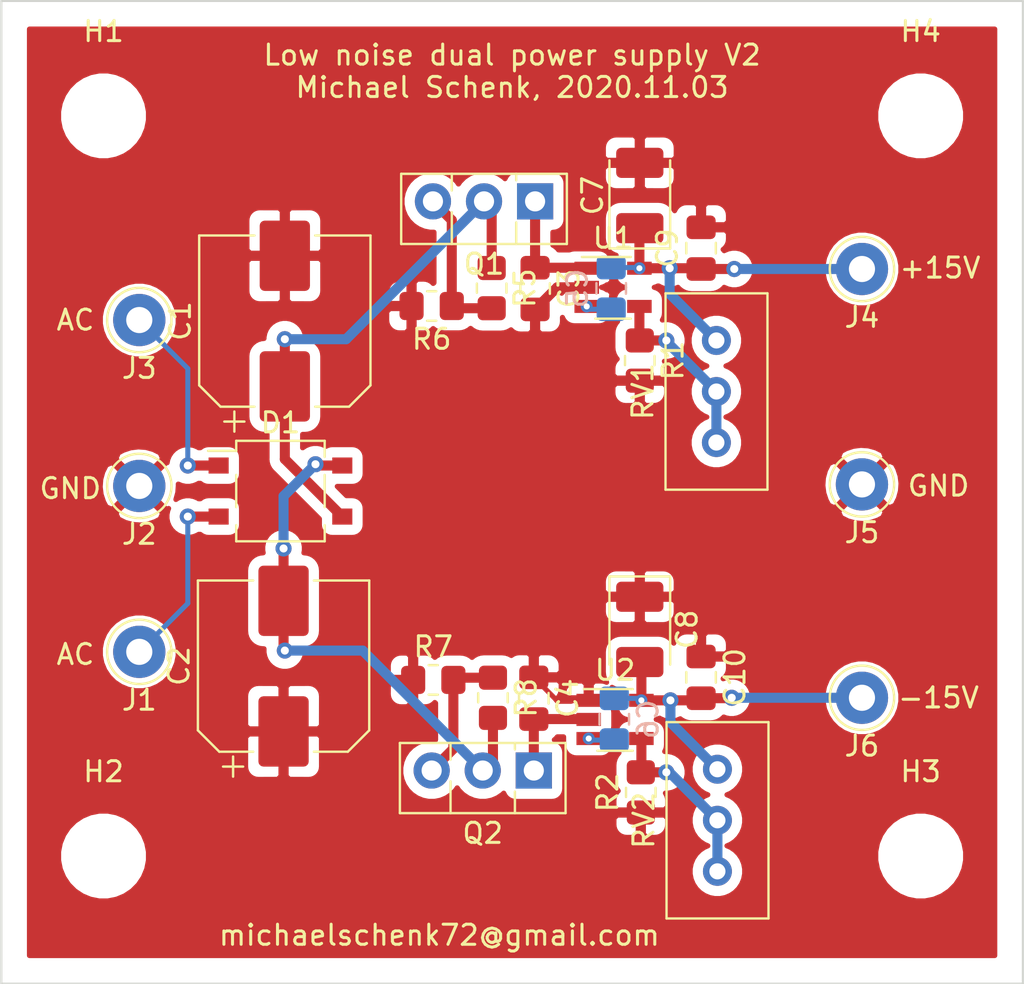
<source format=kicad_pcb>
(kicad_pcb (version 20171130) (host pcbnew "(5.1.7-0-10_14)")

  (general
    (thickness 1.6)
    (drawings 12)
    (tracks 102)
    (zones 0)
    (modules 33)
    (nets 16)
  )

  (page A4)
  (layers
    (0 F.Cu signal)
    (31 B.Cu signal)
    (32 B.Adhes user)
    (33 F.Adhes user)
    (34 B.Paste user)
    (35 F.Paste user)
    (36 B.SilkS user)
    (37 F.SilkS user)
    (38 B.Mask user)
    (39 F.Mask user)
    (40 Dwgs.User user)
    (41 Cmts.User user)
    (42 Eco1.User user)
    (43 Eco2.User user)
    (44 Edge.Cuts user)
    (45 Margin user)
    (46 B.CrtYd user)
    (47 F.CrtYd user)
    (48 B.Fab user)
    (49 F.Fab user)
  )

  (setup
    (last_trace_width 0.5)
    (user_trace_width 0.5)
    (trace_clearance 0.2)
    (zone_clearance 0.508)
    (zone_45_only no)
    (trace_min 0.2)
    (via_size 0.8)
    (via_drill 0.4)
    (via_min_size 0.4)
    (via_min_drill 0.3)
    (user_via 0.6 0.3)
    (uvia_size 0.3)
    (uvia_drill 0.1)
    (uvias_allowed no)
    (uvia_min_size 0.2)
    (uvia_min_drill 0.1)
    (edge_width 0.05)
    (segment_width 0.2)
    (pcb_text_width 0.3)
    (pcb_text_size 1.5 1.5)
    (mod_edge_width 0.12)
    (mod_text_size 1 1)
    (mod_text_width 0.15)
    (pad_size 1.524 1.524)
    (pad_drill 0.762)
    (pad_to_mask_clearance 0)
    (aux_axis_origin 0 0)
    (visible_elements FFFFFF7F)
    (pcbplotparams
      (layerselection 0x010f0_ffffffff)
      (usegerberextensions false)
      (usegerberattributes false)
      (usegerberadvancedattributes false)
      (creategerberjobfile false)
      (excludeedgelayer true)
      (linewidth 0.100000)
      (plotframeref false)
      (viasonmask false)
      (mode 1)
      (useauxorigin false)
      (hpglpennumber 1)
      (hpglpenspeed 20)
      (hpglpendiameter 15.000000)
      (psnegative false)
      (psa4output false)
      (plotreference true)
      (plotvalue false)
      (plotinvisibletext false)
      (padsonsilk true)
      (subtractmaskfromsilk false)
      (outputformat 1)
      (mirror false)
      (drillshape 0)
      (scaleselection 1)
      (outputdirectory "gerber/"))
  )

  (net 0 "")
  (net 1 GND)
  (net 2 "Net-(C1-Pad1)")
  (net 3 "Net-(C2-Pad2)")
  (net 4 "Net-(C5-Pad1)")
  (net 5 "Net-(C10-Pad2)")
  (net 6 "Net-(D1-Pad2)")
  (net 7 "Net-(D1-Pad1)")
  (net 8 "Net-(R1-Pad1)")
  (net 9 "Net-(R2-Pad2)")
  (net 10 "Net-(C3-Pad1)")
  (net 11 "Net-(C4-Pad2)")
  (net 12 "Net-(Q1-Pad3)")
  (net 13 "Net-(Q2-Pad3)")
  (net 14 "Net-(C5-Pad2)")
  (net 15 "Net-(C6-Pad1)")

  (net_class Default "This is the default net class."
    (clearance 0.2)
    (trace_width 0.25)
    (via_dia 0.8)
    (via_drill 0.4)
    (uvia_dia 0.3)
    (uvia_drill 0.1)
    (add_net GND)
    (add_net "Net-(C1-Pad1)")
    (add_net "Net-(C10-Pad2)")
    (add_net "Net-(C2-Pad2)")
    (add_net "Net-(C3-Pad1)")
    (add_net "Net-(C4-Pad2)")
    (add_net "Net-(C5-Pad1)")
    (add_net "Net-(C5-Pad2)")
    (add_net "Net-(C6-Pad1)")
    (add_net "Net-(D1-Pad1)")
    (add_net "Net-(D1-Pad2)")
    (add_net "Net-(Q1-Pad3)")
    (add_net "Net-(Q2-Pad3)")
    (add_net "Net-(R1-Pad1)")
    (add_net "Net-(R2-Pad2)")
  )

  (module Resistor_SMD:R_0805_2012Metric_Pad1.20x1.40mm_HandSolder (layer F.Cu) (tedit 5F68FEEE) (tstamp 5F970ED0)
    (at 104.4575 74.676 270)
    (descr "Resistor SMD 0805 (2012 Metric), square (rectangular) end terminal, IPC_7351 nominal with elongated pad for handsoldering. (Body size source: IPC-SM-782 page 72, https://www.pcb-3d.com/wordpress/wp-content/uploads/ipc-sm-782a_amendment_1_and_2.pdf), generated with kicad-footprint-generator")
    (tags "resistor handsolder")
    (path /5F9D4A45)
    (attr smd)
    (fp_text reference R8 (at 0 -1.65 90) (layer F.SilkS)
      (effects (font (size 1 1) (thickness 0.15)))
    )
    (fp_text value 15k (at 0 1.65 90) (layer F.Fab)
      (effects (font (size 1 1) (thickness 0.15)))
    )
    (fp_line (start 1.85 0.95) (end -1.85 0.95) (layer F.CrtYd) (width 0.05))
    (fp_line (start 1.85 -0.95) (end 1.85 0.95) (layer F.CrtYd) (width 0.05))
    (fp_line (start -1.85 -0.95) (end 1.85 -0.95) (layer F.CrtYd) (width 0.05))
    (fp_line (start -1.85 0.95) (end -1.85 -0.95) (layer F.CrtYd) (width 0.05))
    (fp_line (start -0.227064 0.735) (end 0.227064 0.735) (layer F.SilkS) (width 0.12))
    (fp_line (start -0.227064 -0.735) (end 0.227064 -0.735) (layer F.SilkS) (width 0.12))
    (fp_line (start 1 0.625) (end -1 0.625) (layer F.Fab) (width 0.1))
    (fp_line (start 1 -0.625) (end 1 0.625) (layer F.Fab) (width 0.1))
    (fp_line (start -1 -0.625) (end 1 -0.625) (layer F.Fab) (width 0.1))
    (fp_line (start -1 0.625) (end -1 -0.625) (layer F.Fab) (width 0.1))
    (fp_text user %R (at 0 0 90) (layer F.Fab)
      (effects (font (size 0.5 0.5) (thickness 0.08)))
    )
    (pad 2 smd roundrect (at 1 0 270) (size 1.2 1.4) (layers F.Cu F.Paste F.Mask) (roundrect_rratio 0.208333)
      (net 3 "Net-(C2-Pad2)"))
    (pad 1 smd roundrect (at -1 0 270) (size 1.2 1.4) (layers F.Cu F.Paste F.Mask) (roundrect_rratio 0.208333)
      (net 13 "Net-(Q2-Pad3)"))
    (model ${KISYS3DMOD}/Resistor_SMD.3dshapes/R_0805_2012Metric.wrl
      (at (xyz 0 0 0))
      (scale (xyz 1 1 1))
      (rotate (xyz 0 0 0))
    )
  )

  (module Resistor_SMD:R_0805_2012Metric_Pad1.20x1.40mm_HandSolder (layer F.Cu) (tedit 5F68FEEE) (tstamp 5F970EBF)
    (at 101.489 73.787)
    (descr "Resistor SMD 0805 (2012 Metric), square (rectangular) end terminal, IPC_7351 nominal with elongated pad for handsoldering. (Body size source: IPC-SM-782 page 72, https://www.pcb-3d.com/wordpress/wp-content/uploads/ipc-sm-782a_amendment_1_and_2.pdf), generated with kicad-footprint-generator")
    (tags "resistor handsolder")
    (path /5F9D4A3F)
    (attr smd)
    (fp_text reference R7 (at 0 -1.65) (layer F.SilkS)
      (effects (font (size 1 1) (thickness 0.15)))
    )
    (fp_text value 15k (at 0 1.65) (layer F.Fab)
      (effects (font (size 1 1) (thickness 0.15)))
    )
    (fp_line (start 1.85 0.95) (end -1.85 0.95) (layer F.CrtYd) (width 0.05))
    (fp_line (start 1.85 -0.95) (end 1.85 0.95) (layer F.CrtYd) (width 0.05))
    (fp_line (start -1.85 -0.95) (end 1.85 -0.95) (layer F.CrtYd) (width 0.05))
    (fp_line (start -1.85 0.95) (end -1.85 -0.95) (layer F.CrtYd) (width 0.05))
    (fp_line (start -0.227064 0.735) (end 0.227064 0.735) (layer F.SilkS) (width 0.12))
    (fp_line (start -0.227064 -0.735) (end 0.227064 -0.735) (layer F.SilkS) (width 0.12))
    (fp_line (start 1 0.625) (end -1 0.625) (layer F.Fab) (width 0.1))
    (fp_line (start 1 -0.625) (end 1 0.625) (layer F.Fab) (width 0.1))
    (fp_line (start -1 -0.625) (end 1 -0.625) (layer F.Fab) (width 0.1))
    (fp_line (start -1 0.625) (end -1 -0.625) (layer F.Fab) (width 0.1))
    (fp_text user %R (at 0 0) (layer F.Fab)
      (effects (font (size 0.5 0.5) (thickness 0.08)))
    )
    (pad 2 smd roundrect (at 1 0) (size 1.2 1.4) (layers F.Cu F.Paste F.Mask) (roundrect_rratio 0.208333)
      (net 13 "Net-(Q2-Pad3)"))
    (pad 1 smd roundrect (at -1 0) (size 1.2 1.4) (layers F.Cu F.Paste F.Mask) (roundrect_rratio 0.208333)
      (net 1 GND))
    (model ${KISYS3DMOD}/Resistor_SMD.3dshapes/R_0805_2012Metric.wrl
      (at (xyz 0 0 0))
      (scale (xyz 1 1 1))
      (rotate (xyz 0 0 0))
    )
  )

  (module Resistor_SMD:R_0805_2012Metric_Pad1.20x1.40mm_HandSolder (layer F.Cu) (tedit 5F68FEEE) (tstamp 5F970EAE)
    (at 101.4095 55.1815 180)
    (descr "Resistor SMD 0805 (2012 Metric), square (rectangular) end terminal, IPC_7351 nominal with elongated pad for handsoldering. (Body size source: IPC-SM-782 page 72, https://www.pcb-3d.com/wordpress/wp-content/uploads/ipc-sm-782a_amendment_1_and_2.pdf), generated with kicad-footprint-generator")
    (tags "resistor handsolder")
    (path /5F9B9F9C)
    (attr smd)
    (fp_text reference R6 (at 0 -1.65) (layer F.SilkS)
      (effects (font (size 1 1) (thickness 0.15)))
    )
    (fp_text value 15k (at 0 1.65) (layer F.Fab)
      (effects (font (size 1 1) (thickness 0.15)))
    )
    (fp_line (start 1.85 0.95) (end -1.85 0.95) (layer F.CrtYd) (width 0.05))
    (fp_line (start 1.85 -0.95) (end 1.85 0.95) (layer F.CrtYd) (width 0.05))
    (fp_line (start -1.85 -0.95) (end 1.85 -0.95) (layer F.CrtYd) (width 0.05))
    (fp_line (start -1.85 0.95) (end -1.85 -0.95) (layer F.CrtYd) (width 0.05))
    (fp_line (start -0.227064 0.735) (end 0.227064 0.735) (layer F.SilkS) (width 0.12))
    (fp_line (start -0.227064 -0.735) (end 0.227064 -0.735) (layer F.SilkS) (width 0.12))
    (fp_line (start 1 0.625) (end -1 0.625) (layer F.Fab) (width 0.1))
    (fp_line (start 1 -0.625) (end 1 0.625) (layer F.Fab) (width 0.1))
    (fp_line (start -1 -0.625) (end 1 -0.625) (layer F.Fab) (width 0.1))
    (fp_line (start -1 0.625) (end -1 -0.625) (layer F.Fab) (width 0.1))
    (fp_text user %R (at 0 0) (layer F.Fab)
      (effects (font (size 0.5 0.5) (thickness 0.08)))
    )
    (pad 2 smd roundrect (at 1 0 180) (size 1.2 1.4) (layers F.Cu F.Paste F.Mask) (roundrect_rratio 0.208333)
      (net 1 GND))
    (pad 1 smd roundrect (at -1 0 180) (size 1.2 1.4) (layers F.Cu F.Paste F.Mask) (roundrect_rratio 0.208333)
      (net 12 "Net-(Q1-Pad3)"))
    (model ${KISYS3DMOD}/Resistor_SMD.3dshapes/R_0805_2012Metric.wrl
      (at (xyz 0 0 0))
      (scale (xyz 1 1 1))
      (rotate (xyz 0 0 0))
    )
  )

  (module Resistor_SMD:R_0805_2012Metric_Pad1.20x1.40mm_HandSolder (layer F.Cu) (tedit 5F68FEEE) (tstamp 5F970E9D)
    (at 104.394 54.2925 270)
    (descr "Resistor SMD 0805 (2012 Metric), square (rectangular) end terminal, IPC_7351 nominal with elongated pad for handsoldering. (Body size source: IPC-SM-782 page 72, https://www.pcb-3d.com/wordpress/wp-content/uploads/ipc-sm-782a_amendment_1_and_2.pdf), generated with kicad-footprint-generator")
    (tags "resistor handsolder")
    (path /5F9B9329)
    (attr smd)
    (fp_text reference R5 (at 0 -1.65 90) (layer F.SilkS)
      (effects (font (size 1 1) (thickness 0.15)))
    )
    (fp_text value 15k (at 0 1.65 90) (layer F.Fab)
      (effects (font (size 1 1) (thickness 0.15)))
    )
    (fp_line (start 1.85 0.95) (end -1.85 0.95) (layer F.CrtYd) (width 0.05))
    (fp_line (start 1.85 -0.95) (end 1.85 0.95) (layer F.CrtYd) (width 0.05))
    (fp_line (start -1.85 -0.95) (end 1.85 -0.95) (layer F.CrtYd) (width 0.05))
    (fp_line (start -1.85 0.95) (end -1.85 -0.95) (layer F.CrtYd) (width 0.05))
    (fp_line (start -0.227064 0.735) (end 0.227064 0.735) (layer F.SilkS) (width 0.12))
    (fp_line (start -0.227064 -0.735) (end 0.227064 -0.735) (layer F.SilkS) (width 0.12))
    (fp_line (start 1 0.625) (end -1 0.625) (layer F.Fab) (width 0.1))
    (fp_line (start 1 -0.625) (end 1 0.625) (layer F.Fab) (width 0.1))
    (fp_line (start -1 -0.625) (end 1 -0.625) (layer F.Fab) (width 0.1))
    (fp_line (start -1 0.625) (end -1 -0.625) (layer F.Fab) (width 0.1))
    (fp_text user %R (at 0 0 90) (layer F.Fab)
      (effects (font (size 0.5 0.5) (thickness 0.08)))
    )
    (pad 2 smd roundrect (at 1 0 270) (size 1.2 1.4) (layers F.Cu F.Paste F.Mask) (roundrect_rratio 0.208333)
      (net 12 "Net-(Q1-Pad3)"))
    (pad 1 smd roundrect (at -1 0 270) (size 1.2 1.4) (layers F.Cu F.Paste F.Mask) (roundrect_rratio 0.208333)
      (net 2 "Net-(C1-Pad1)"))
    (model ${KISYS3DMOD}/Resistor_SMD.3dshapes/R_0805_2012Metric.wrl
      (at (xyz 0 0 0))
      (scale (xyz 1 1 1))
      (rotate (xyz 0 0 0))
    )
  )

  (module Package_TO_SOT_THT:TO-126-3_Vertical (layer F.Cu) (tedit 5AC8BA0D) (tstamp 5F975B38)
    (at 106.4895 78.2955 180)
    (descr "TO-126-3, Vertical, RM 2.54mm, see https://www.diodes.com/assets/Package-Files/TO126.pdf")
    (tags "TO-126-3 Vertical RM 2.54mm")
    (path /5F9AEA9D)
    (fp_text reference Q2 (at 2.54 -3.12) (layer F.SilkS)
      (effects (font (size 1 1) (thickness 0.15)))
    )
    (fp_text value BD680 (at 2.54 2.5) (layer F.Fab)
      (effects (font (size 1 1) (thickness 0.15)))
    )
    (fp_line (start 6.79 -2.25) (end -1.71 -2.25) (layer F.CrtYd) (width 0.05))
    (fp_line (start 6.79 1.5) (end 6.79 -2.25) (layer F.CrtYd) (width 0.05))
    (fp_line (start -1.71 1.5) (end 6.79 1.5) (layer F.CrtYd) (width 0.05))
    (fp_line (start -1.71 -2.25) (end -1.71 1.5) (layer F.CrtYd) (width 0.05))
    (fp_line (start 4.141 0.54) (end 4.141 1.37) (layer F.SilkS) (width 0.12))
    (fp_line (start 4.141 -2.12) (end 4.141 -0.54) (layer F.SilkS) (width 0.12))
    (fp_line (start 0.94 1.05) (end 0.94 1.37) (layer F.SilkS) (width 0.12))
    (fp_line (start 0.94 -2.12) (end 0.94 -1.05) (layer F.SilkS) (width 0.12))
    (fp_line (start 6.66 -2.12) (end 6.66 1.37) (layer F.SilkS) (width 0.12))
    (fp_line (start -1.58 -2.12) (end -1.58 1.37) (layer F.SilkS) (width 0.12))
    (fp_line (start -1.58 1.37) (end 6.66 1.37) (layer F.SilkS) (width 0.12))
    (fp_line (start -1.58 -2.12) (end 6.66 -2.12) (layer F.SilkS) (width 0.12))
    (fp_line (start 4.14 -2) (end 4.14 1.25) (layer F.Fab) (width 0.1))
    (fp_line (start 0.94 -2) (end 0.94 1.25) (layer F.Fab) (width 0.1))
    (fp_line (start 6.54 -2) (end -1.46 -2) (layer F.Fab) (width 0.1))
    (fp_line (start 6.54 1.25) (end 6.54 -2) (layer F.Fab) (width 0.1))
    (fp_line (start -1.46 1.25) (end 6.54 1.25) (layer F.Fab) (width 0.1))
    (fp_line (start -1.46 -2) (end -1.46 1.25) (layer F.Fab) (width 0.1))
    (fp_text user %R (at 2.54 -3.12) (layer F.Fab)
      (effects (font (size 1 1) (thickness 0.15)))
    )
    (pad 3 thru_hole oval (at 5.08 0 180) (size 1.8 1.8) (drill 1) (layers *.Cu *.Mask)
      (net 13 "Net-(Q2-Pad3)"))
    (pad 2 thru_hole oval (at 2.54 0 180) (size 1.8 1.8) (drill 1) (layers *.Cu *.Mask)
      (net 3 "Net-(C2-Pad2)"))
    (pad 1 thru_hole rect (at 0 0 180) (size 1.8 1.8) (drill 1) (layers *.Cu *.Mask)
      (net 11 "Net-(C4-Pad2)"))
    (model ${KISYS3DMOD}/Package_TO_SOT_THT.3dshapes/TO-126-3_Vertical.wrl
      (at (xyz 0 0 0))
      (scale (xyz 1 1 1))
      (rotate (xyz 0 0 0))
    )
  )

  (module Package_TO_SOT_THT:TO-126-3_Vertical (layer F.Cu) (tedit 5AC8BA0D) (tstamp 5F970E04)
    (at 106.553 49.9745 180)
    (descr "TO-126-3, Vertical, RM 2.54mm, see https://www.diodes.com/assets/Package-Files/TO126.pdf")
    (tags "TO-126-3 Vertical RM 2.54mm")
    (path /5F9AF8DE)
    (fp_text reference Q1 (at 2.54 -3.12) (layer F.SilkS)
      (effects (font (size 1 1) (thickness 0.15)))
    )
    (fp_text value BD679 (at 2.54 2.5) (layer F.Fab)
      (effects (font (size 1 1) (thickness 0.15)))
    )
    (fp_line (start 6.79 -2.25) (end -1.71 -2.25) (layer F.CrtYd) (width 0.05))
    (fp_line (start 6.79 1.5) (end 6.79 -2.25) (layer F.CrtYd) (width 0.05))
    (fp_line (start -1.71 1.5) (end 6.79 1.5) (layer F.CrtYd) (width 0.05))
    (fp_line (start -1.71 -2.25) (end -1.71 1.5) (layer F.CrtYd) (width 0.05))
    (fp_line (start 4.141 0.54) (end 4.141 1.37) (layer F.SilkS) (width 0.12))
    (fp_line (start 4.141 -2.12) (end 4.141 -0.54) (layer F.SilkS) (width 0.12))
    (fp_line (start 0.94 1.05) (end 0.94 1.37) (layer F.SilkS) (width 0.12))
    (fp_line (start 0.94 -2.12) (end 0.94 -1.05) (layer F.SilkS) (width 0.12))
    (fp_line (start 6.66 -2.12) (end 6.66 1.37) (layer F.SilkS) (width 0.12))
    (fp_line (start -1.58 -2.12) (end -1.58 1.37) (layer F.SilkS) (width 0.12))
    (fp_line (start -1.58 1.37) (end 6.66 1.37) (layer F.SilkS) (width 0.12))
    (fp_line (start -1.58 -2.12) (end 6.66 -2.12) (layer F.SilkS) (width 0.12))
    (fp_line (start 4.14 -2) (end 4.14 1.25) (layer F.Fab) (width 0.1))
    (fp_line (start 0.94 -2) (end 0.94 1.25) (layer F.Fab) (width 0.1))
    (fp_line (start 6.54 -2) (end -1.46 -2) (layer F.Fab) (width 0.1))
    (fp_line (start 6.54 1.25) (end 6.54 -2) (layer F.Fab) (width 0.1))
    (fp_line (start -1.46 1.25) (end 6.54 1.25) (layer F.Fab) (width 0.1))
    (fp_line (start -1.46 -2) (end -1.46 1.25) (layer F.Fab) (width 0.1))
    (fp_text user %R (at 2.54 -3.12) (layer F.Fab)
      (effects (font (size 1 1) (thickness 0.15)))
    )
    (pad 3 thru_hole oval (at 5.08 0 180) (size 1.8 1.8) (drill 1) (layers *.Cu *.Mask)
      (net 12 "Net-(Q1-Pad3)"))
    (pad 2 thru_hole oval (at 2.54 0 180) (size 1.8 1.8) (drill 1) (layers *.Cu *.Mask)
      (net 2 "Net-(C1-Pad1)"))
    (pad 1 thru_hole rect (at 0 0 180) (size 1.8 1.8) (drill 1) (layers *.Cu *.Mask)
      (net 10 "Net-(C3-Pad1)"))
    (model ${KISYS3DMOD}/Package_TO_SOT_THT.3dshapes/TO-126-3_Vertical.wrl
      (at (xyz 0 0 0))
      (scale (xyz 1 1 1))
      (rotate (xyz 0 0 0))
    )
  )

  (module Package_TO_SOT_SMD:TSOT-23-5 (layer F.Cu) (tedit 5A02FF57) (tstamp 5F958D26)
    (at 110.53 75.753)
    (descr "5-pin TSOT23 package, http://cds.linear.com/docs/en/packaging/SOT_5_05-08-1635.pdf")
    (tags TSOT-23-5)
    (path /5F957B72)
    (attr smd)
    (fp_text reference U2 (at 0 -2.45) (layer F.SilkS)
      (effects (font (size 1 1) (thickness 0.15)))
    )
    (fp_text value LT1964-BYP (at 0 2.5) (layer F.Fab)
      (effects (font (size 1 1) (thickness 0.15)))
    )
    (fp_line (start 2.17 1.7) (end -2.17 1.7) (layer F.CrtYd) (width 0.05))
    (fp_line (start 2.17 1.7) (end 2.17 -1.7) (layer F.CrtYd) (width 0.05))
    (fp_line (start -2.17 -1.7) (end -2.17 1.7) (layer F.CrtYd) (width 0.05))
    (fp_line (start -2.17 -1.7) (end 2.17 -1.7) (layer F.CrtYd) (width 0.05))
    (fp_line (start 0.88 -1.45) (end 0.88 1.45) (layer F.Fab) (width 0.1))
    (fp_line (start 0.88 1.45) (end -0.88 1.45) (layer F.Fab) (width 0.1))
    (fp_line (start -0.88 -1) (end -0.88 1.45) (layer F.Fab) (width 0.1))
    (fp_line (start 0.88 -1.45) (end -0.43 -1.45) (layer F.Fab) (width 0.1))
    (fp_line (start -0.88 -1) (end -0.43 -1.45) (layer F.Fab) (width 0.1))
    (fp_line (start 0.88 -1.51) (end -1.55 -1.51) (layer F.SilkS) (width 0.12))
    (fp_line (start -0.88 1.56) (end 0.88 1.56) (layer F.SilkS) (width 0.12))
    (fp_text user %R (at 0 0 90) (layer F.Fab)
      (effects (font (size 0.5 0.5) (thickness 0.075)))
    )
    (pad 5 smd rect (at 1.31 -0.95) (size 1.22 0.65) (layers F.Cu F.Paste F.Mask)
      (net 5 "Net-(C10-Pad2)"))
    (pad 4 smd rect (at 1.31 0.95) (size 1.22 0.65) (layers F.Cu F.Paste F.Mask)
      (net 9 "Net-(R2-Pad2)"))
    (pad 3 smd rect (at -1.31 0.95) (size 1.22 0.65) (layers F.Cu F.Paste F.Mask)
      (net 15 "Net-(C6-Pad1)"))
    (pad 2 smd rect (at -1.31 0) (size 1.22 0.65) (layers F.Cu F.Paste F.Mask)
      (net 11 "Net-(C4-Pad2)"))
    (pad 1 smd rect (at -1.31 -0.95) (size 1.22 0.65) (layers F.Cu F.Paste F.Mask)
      (net 1 GND))
    (model ${KISYS3DMOD}/Package_TO_SOT_SMD.3dshapes/TSOT-23-5.wrl
      (at (xyz 0 0 0))
      (scale (xyz 1 1 1))
      (rotate (xyz 0 0 0))
    )
  )

  (module Package_TO_SOT_SMD:TSOT-23-5 (layer F.Cu) (tedit 5A02FF57) (tstamp 5F958D11)
    (at 110.431001 54.252001)
    (descr "5-pin TSOT23 package, http://cds.linear.com/docs/en/packaging/SOT_5_05-08-1635.pdf")
    (tags TSOT-23-5)
    (path /5F9572E9)
    (attr smd)
    (fp_text reference U1 (at 0 -2.45) (layer F.SilkS)
      (effects (font (size 1 1) (thickness 0.15)))
    )
    (fp_text value LT1761-BYP (at 0 2.5) (layer F.Fab)
      (effects (font (size 1 1) (thickness 0.15)))
    )
    (fp_line (start 2.17 1.7) (end -2.17 1.7) (layer F.CrtYd) (width 0.05))
    (fp_line (start 2.17 1.7) (end 2.17 -1.7) (layer F.CrtYd) (width 0.05))
    (fp_line (start -2.17 -1.7) (end -2.17 1.7) (layer F.CrtYd) (width 0.05))
    (fp_line (start -2.17 -1.7) (end 2.17 -1.7) (layer F.CrtYd) (width 0.05))
    (fp_line (start 0.88 -1.45) (end 0.88 1.45) (layer F.Fab) (width 0.1))
    (fp_line (start 0.88 1.45) (end -0.88 1.45) (layer F.Fab) (width 0.1))
    (fp_line (start -0.88 -1) (end -0.88 1.45) (layer F.Fab) (width 0.1))
    (fp_line (start 0.88 -1.45) (end -0.43 -1.45) (layer F.Fab) (width 0.1))
    (fp_line (start -0.88 -1) (end -0.43 -1.45) (layer F.Fab) (width 0.1))
    (fp_line (start 0.88 -1.51) (end -1.55 -1.51) (layer F.SilkS) (width 0.12))
    (fp_line (start -0.88 1.56) (end 0.88 1.56) (layer F.SilkS) (width 0.12))
    (fp_text user %R (at 0 0 90) (layer F.Fab)
      (effects (font (size 0.5 0.5) (thickness 0.075)))
    )
    (pad 5 smd rect (at 1.31 -0.95) (size 1.22 0.65) (layers F.Cu F.Paste F.Mask)
      (net 4 "Net-(C5-Pad1)"))
    (pad 4 smd rect (at 1.31 0.95) (size 1.22 0.65) (layers F.Cu F.Paste F.Mask)
      (net 8 "Net-(R1-Pad1)"))
    (pad 3 smd rect (at -1.31 0.95) (size 1.22 0.65) (layers F.Cu F.Paste F.Mask)
      (net 14 "Net-(C5-Pad2)"))
    (pad 2 smd rect (at -1.31 0) (size 1.22 0.65) (layers F.Cu F.Paste F.Mask)
      (net 1 GND))
    (pad 1 smd rect (at -1.31 -0.95) (size 1.22 0.65) (layers F.Cu F.Paste F.Mask)
      (net 10 "Net-(C3-Pad1)"))
    (model ${KISYS3DMOD}/Package_TO_SOT_SMD.3dshapes/TSOT-23-5.wrl
      (at (xyz 0 0 0))
      (scale (xyz 1 1 1))
      (rotate (xyz 0 0 0))
    )
  )

  (module Potentiometer_THT:Potentiometer_Bourns_3296W_Vertical (layer F.Cu) (tedit 5A3D4994) (tstamp 5F958CFC)
    (at 115.6208 78.232 90)
    (descr "Potentiometer, vertical, Bourns 3296W, https://www.bourns.com/pdfs/3296.pdf")
    (tags "Potentiometer vertical Bourns 3296W")
    (path /5F998C09)
    (fp_text reference RV2 (at -2.54 -3.66 90) (layer F.SilkS)
      (effects (font (size 1 1) (thickness 0.15)))
    )
    (fp_text value 250k (at -2.54 3.67 90) (layer F.Fab)
      (effects (font (size 1 1) (thickness 0.15)))
    )
    (fp_line (start 2.5 -2.7) (end -7.6 -2.7) (layer F.CrtYd) (width 0.05))
    (fp_line (start 2.5 2.7) (end 2.5 -2.7) (layer F.CrtYd) (width 0.05))
    (fp_line (start -7.6 2.7) (end 2.5 2.7) (layer F.CrtYd) (width 0.05))
    (fp_line (start -7.6 -2.7) (end -7.6 2.7) (layer F.CrtYd) (width 0.05))
    (fp_line (start 2.345 -2.53) (end 2.345 2.54) (layer F.SilkS) (width 0.12))
    (fp_line (start -7.425 -2.53) (end -7.425 2.54) (layer F.SilkS) (width 0.12))
    (fp_line (start -7.425 2.54) (end 2.345 2.54) (layer F.SilkS) (width 0.12))
    (fp_line (start -7.425 -2.53) (end 2.345 -2.53) (layer F.SilkS) (width 0.12))
    (fp_line (start 0.955 2.235) (end 0.956 0.066) (layer F.Fab) (width 0.1))
    (fp_line (start 0.955 2.235) (end 0.956 0.066) (layer F.Fab) (width 0.1))
    (fp_line (start 2.225 -2.41) (end -7.305 -2.41) (layer F.Fab) (width 0.1))
    (fp_line (start 2.225 2.42) (end 2.225 -2.41) (layer F.Fab) (width 0.1))
    (fp_line (start -7.305 2.42) (end 2.225 2.42) (layer F.Fab) (width 0.1))
    (fp_line (start -7.305 -2.41) (end -7.305 2.42) (layer F.Fab) (width 0.1))
    (fp_circle (center 0.955 1.15) (end 2.05 1.15) (layer F.Fab) (width 0.1))
    (fp_text user %R (at -3.175 0.005 90) (layer F.Fab)
      (effects (font (size 1 1) (thickness 0.15)))
    )
    (pad 3 thru_hole circle (at -5.08 0 90) (size 1.44 1.44) (drill 0.8) (layers *.Cu *.Mask)
      (net 9 "Net-(R2-Pad2)"))
    (pad 2 thru_hole circle (at -2.54 0 90) (size 1.44 1.44) (drill 0.8) (layers *.Cu *.Mask)
      (net 9 "Net-(R2-Pad2)"))
    (pad 1 thru_hole circle (at 0 0 90) (size 1.44 1.44) (drill 0.8) (layers *.Cu *.Mask)
      (net 5 "Net-(C10-Pad2)"))
    (model ${KISYS3DMOD}/Potentiometer_THT.3dshapes/Potentiometer_Bourns_3296W_Vertical.wrl
      (at (xyz 0 0 0))
      (scale (xyz 1 1 1))
      (rotate (xyz 0 0 0))
    )
  )

  (module Potentiometer_THT:Potentiometer_Bourns_3296W_Vertical (layer F.Cu) (tedit 5A3D4994) (tstamp 5F958CE5)
    (at 115.57 56.896 90)
    (descr "Potentiometer, vertical, Bourns 3296W, https://www.bourns.com/pdfs/3296.pdf")
    (tags "Potentiometer vertical Bourns 3296W")
    (path /5F95A600)
    (fp_text reference RV1 (at -2.54 -3.66 90) (layer F.SilkS)
      (effects (font (size 1 1) (thickness 0.15)))
    )
    (fp_text value 250k (at -2.54 3.67 90) (layer F.Fab)
      (effects (font (size 1 1) (thickness 0.15)))
    )
    (fp_line (start 2.5 -2.7) (end -7.6 -2.7) (layer F.CrtYd) (width 0.05))
    (fp_line (start 2.5 2.7) (end 2.5 -2.7) (layer F.CrtYd) (width 0.05))
    (fp_line (start -7.6 2.7) (end 2.5 2.7) (layer F.CrtYd) (width 0.05))
    (fp_line (start -7.6 -2.7) (end -7.6 2.7) (layer F.CrtYd) (width 0.05))
    (fp_line (start 2.345 -2.53) (end 2.345 2.54) (layer F.SilkS) (width 0.12))
    (fp_line (start -7.425 -2.53) (end -7.425 2.54) (layer F.SilkS) (width 0.12))
    (fp_line (start -7.425 2.54) (end 2.345 2.54) (layer F.SilkS) (width 0.12))
    (fp_line (start -7.425 -2.53) (end 2.345 -2.53) (layer F.SilkS) (width 0.12))
    (fp_line (start 0.955 2.235) (end 0.956 0.066) (layer F.Fab) (width 0.1))
    (fp_line (start 0.955 2.235) (end 0.956 0.066) (layer F.Fab) (width 0.1))
    (fp_line (start 2.225 -2.41) (end -7.305 -2.41) (layer F.Fab) (width 0.1))
    (fp_line (start 2.225 2.42) (end 2.225 -2.41) (layer F.Fab) (width 0.1))
    (fp_line (start -7.305 2.42) (end 2.225 2.42) (layer F.Fab) (width 0.1))
    (fp_line (start -7.305 -2.41) (end -7.305 2.42) (layer F.Fab) (width 0.1))
    (fp_circle (center 0.955 1.15) (end 2.05 1.15) (layer F.Fab) (width 0.1))
    (fp_text user %R (at -3.175 0.005 90) (layer F.Fab)
      (effects (font (size 1 1) (thickness 0.15)))
    )
    (pad 3 thru_hole circle (at -5.08 0 90) (size 1.44 1.44) (drill 0.8) (layers *.Cu *.Mask)
      (net 8 "Net-(R1-Pad1)"))
    (pad 2 thru_hole circle (at -2.54 0 90) (size 1.44 1.44) (drill 0.8) (layers *.Cu *.Mask)
      (net 8 "Net-(R1-Pad1)"))
    (pad 1 thru_hole circle (at 0 0 90) (size 1.44 1.44) (drill 0.8) (layers *.Cu *.Mask)
      (net 4 "Net-(C5-Pad1)"))
    (model ${KISYS3DMOD}/Potentiometer_THT.3dshapes/Potentiometer_Bourns_3296W_Vertical.wrl
      (at (xyz 0 0 0))
      (scale (xyz 1 1 1))
      (rotate (xyz 0 0 0))
    )
  )

  (module Resistor_SMD:R_0805_2012Metric_Pad1.20x1.40mm_HandSolder (layer F.Cu) (tedit 5F68FEEE) (tstamp 5F958CCE)
    (at 111.8108 79.3844 90)
    (descr "Resistor SMD 0805 (2012 Metric), square (rectangular) end terminal, IPC_7351 nominal with elongated pad for handsoldering. (Body size source: IPC-SM-782 page 72, https://www.pcb-3d.com/wordpress/wp-content/uploads/ipc-sm-782a_amendment_1_and_2.pdf), generated with kicad-footprint-generator")
    (tags "resistor handsolder")
    (path /5F99C2E1)
    (attr smd)
    (fp_text reference R2 (at 0 -1.65 90) (layer F.SilkS)
      (effects (font (size 1 1) (thickness 0.15)))
    )
    (fp_text value 15k (at 0 1.65 90) (layer F.Fab)
      (effects (font (size 1 1) (thickness 0.15)))
    )
    (fp_line (start 1.85 0.95) (end -1.85 0.95) (layer F.CrtYd) (width 0.05))
    (fp_line (start 1.85 -0.95) (end 1.85 0.95) (layer F.CrtYd) (width 0.05))
    (fp_line (start -1.85 -0.95) (end 1.85 -0.95) (layer F.CrtYd) (width 0.05))
    (fp_line (start -1.85 0.95) (end -1.85 -0.95) (layer F.CrtYd) (width 0.05))
    (fp_line (start -0.227064 0.735) (end 0.227064 0.735) (layer F.SilkS) (width 0.12))
    (fp_line (start -0.227064 -0.735) (end 0.227064 -0.735) (layer F.SilkS) (width 0.12))
    (fp_line (start 1 0.625) (end -1 0.625) (layer F.Fab) (width 0.1))
    (fp_line (start 1 -0.625) (end 1 0.625) (layer F.Fab) (width 0.1))
    (fp_line (start -1 -0.625) (end 1 -0.625) (layer F.Fab) (width 0.1))
    (fp_line (start -1 0.625) (end -1 -0.625) (layer F.Fab) (width 0.1))
    (fp_text user %R (at 0 0 90) (layer F.Fab)
      (effects (font (size 0.5 0.5) (thickness 0.08)))
    )
    (pad 2 smd roundrect (at 1 0 90) (size 1.2 1.4) (layers F.Cu F.Paste F.Mask) (roundrect_rratio 0.2083325)
      (net 9 "Net-(R2-Pad2)"))
    (pad 1 smd roundrect (at -1 0 90) (size 1.2 1.4) (layers F.Cu F.Paste F.Mask) (roundrect_rratio 0.2083325)
      (net 1 GND))
    (model ${KISYS3DMOD}/Resistor_SMD.3dshapes/R_0805_2012Metric.wrl
      (at (xyz 0 0 0))
      (scale (xyz 1 1 1))
      (rotate (xyz 0 0 0))
    )
  )

  (module Resistor_SMD:R_0805_2012Metric_Pad1.20x1.40mm_HandSolder (layer F.Cu) (tedit 5F68FEEE) (tstamp 5F958CBD)
    (at 111.76 57.896 270)
    (descr "Resistor SMD 0805 (2012 Metric), square (rectangular) end terminal, IPC_7351 nominal with elongated pad for handsoldering. (Body size source: IPC-SM-782 page 72, https://www.pcb-3d.com/wordpress/wp-content/uploads/ipc-sm-782a_amendment_1_and_2.pdf), generated with kicad-footprint-generator")
    (tags "resistor handsolder")
    (path /5F95888A)
    (attr smd)
    (fp_text reference R1 (at 0 -1.65 90) (layer F.SilkS)
      (effects (font (size 1 1) (thickness 0.15)))
    )
    (fp_text value 15k (at 0 1.65 90) (layer F.Fab)
      (effects (font (size 1 1) (thickness 0.15)))
    )
    (fp_line (start 1.85 0.95) (end -1.85 0.95) (layer F.CrtYd) (width 0.05))
    (fp_line (start 1.85 -0.95) (end 1.85 0.95) (layer F.CrtYd) (width 0.05))
    (fp_line (start -1.85 -0.95) (end 1.85 -0.95) (layer F.CrtYd) (width 0.05))
    (fp_line (start -1.85 0.95) (end -1.85 -0.95) (layer F.CrtYd) (width 0.05))
    (fp_line (start -0.227064 0.735) (end 0.227064 0.735) (layer F.SilkS) (width 0.12))
    (fp_line (start -0.227064 -0.735) (end 0.227064 -0.735) (layer F.SilkS) (width 0.12))
    (fp_line (start 1 0.625) (end -1 0.625) (layer F.Fab) (width 0.1))
    (fp_line (start 1 -0.625) (end 1 0.625) (layer F.Fab) (width 0.1))
    (fp_line (start -1 -0.625) (end 1 -0.625) (layer F.Fab) (width 0.1))
    (fp_line (start -1 0.625) (end -1 -0.625) (layer F.Fab) (width 0.1))
    (fp_text user %R (at 0 0 90) (layer F.Fab)
      (effects (font (size 0.5 0.5) (thickness 0.08)))
    )
    (pad 2 smd roundrect (at 1 0 270) (size 1.2 1.4) (layers F.Cu F.Paste F.Mask) (roundrect_rratio 0.2083325)
      (net 1 GND))
    (pad 1 smd roundrect (at -1 0 270) (size 1.2 1.4) (layers F.Cu F.Paste F.Mask) (roundrect_rratio 0.2083325)
      (net 8 "Net-(R1-Pad1)"))
    (model ${KISYS3DMOD}/Resistor_SMD.3dshapes/R_0805_2012Metric.wrl
      (at (xyz 0 0 0))
      (scale (xyz 1 1 1))
      (rotate (xyz 0 0 0))
    )
  )

  (module Connector_Pin:Pin_D1.3mm_L11.0mm (layer F.Cu) (tedit 5A1DC085) (tstamp 5F958ABA)
    (at 122.809 74.676)
    (descr "solder Pin_ diameter 1.3mm, hole diameter 1.3mm, length 11.0mm")
    (tags "solder Pin_ pressfit")
    (path /5F96951B)
    (fp_text reference J6 (at 0 2.4) (layer F.SilkS)
      (effects (font (size 1 1) (thickness 0.15)))
    )
    (fp_text value -15V (at 0 -2.05) (layer F.Fab)
      (effects (font (size 1 1) (thickness 0.15)))
    )
    (fp_circle (center 0 0) (end 1.6 0.05) (layer F.SilkS) (width 0.12))
    (fp_circle (center 0 0) (end 1.25 -0.05) (layer F.Fab) (width 0.12))
    (fp_circle (center 0 0) (end 0.65 -0.05) (layer F.Fab) (width 0.12))
    (fp_circle (center 0 0) (end 1.8 0) (layer F.CrtYd) (width 0.05))
    (fp_text user %R (at 0 2.4) (layer F.Fab)
      (effects (font (size 1 1) (thickness 0.15)))
    )
    (pad 1 thru_hole circle (at 0 0) (size 2.6 2.6) (drill 1.3) (layers *.Cu *.Mask)
      (net 5 "Net-(C10-Pad2)"))
    (model ${KISYS3DMOD}/Connector_Pin.3dshapes/Pin_D1.3mm_L11.0mm.wrl
      (at (xyz 0 0 0))
      (scale (xyz 1 1 1))
      (rotate (xyz 0 0 0))
    )
  )

  (module Connector_Pin:Pin_D1.3mm_L11.0mm (layer F.Cu) (tedit 5A1DC085) (tstamp 5F958A82)
    (at 122.809 64.0588)
    (descr "solder Pin_ diameter 1.3mm, hole diameter 1.3mm, length 11.0mm")
    (tags "solder Pin_ pressfit")
    (path /5F96866D)
    (fp_text reference J5 (at 0 2.4) (layer F.SilkS)
      (effects (font (size 1 1) (thickness 0.15)))
    )
    (fp_text value GND (at 0 -2.05) (layer F.Fab)
      (effects (font (size 1 1) (thickness 0.15)))
    )
    (fp_circle (center 0 0) (end 1.6 0.05) (layer F.SilkS) (width 0.12))
    (fp_circle (center 0 0) (end 1.25 -0.05) (layer F.Fab) (width 0.12))
    (fp_circle (center 0 0) (end 0.65 -0.05) (layer F.Fab) (width 0.12))
    (fp_circle (center 0 0) (end 1.8 0) (layer F.CrtYd) (width 0.05))
    (fp_text user %R (at 0 2.4) (layer F.Fab)
      (effects (font (size 1 1) (thickness 0.15)))
    )
    (pad 1 thru_hole circle (at 0 0) (size 2.6 2.6) (drill 1.3) (layers *.Cu *.Mask)
      (net 1 GND))
    (model ${KISYS3DMOD}/Connector_Pin.3dshapes/Pin_D1.3mm_L11.0mm.wrl
      (at (xyz 0 0 0))
      (scale (xyz 1 1 1))
      (rotate (xyz 0 0 0))
    )
  )

  (module Connector_Pin:Pin_D1.3mm_L11.0mm (layer F.Cu) (tedit 5A1DC085) (tstamp 5F958C98)
    (at 122.809 53.34)
    (descr "solder Pin_ diameter 1.3mm, hole diameter 1.3mm, length 11.0mm")
    (tags "solder Pin_ pressfit")
    (path /5F968F41)
    (fp_text reference J4 (at 0 2.4) (layer F.SilkS)
      (effects (font (size 1 1) (thickness 0.15)))
    )
    (fp_text value +15V (at 0 -2.05) (layer F.Fab)
      (effects (font (size 1 1) (thickness 0.15)))
    )
    (fp_circle (center 0 0) (end 1.6 0.05) (layer F.SilkS) (width 0.12))
    (fp_circle (center 0 0) (end 1.25 -0.05) (layer F.Fab) (width 0.12))
    (fp_circle (center 0 0) (end 0.65 -0.05) (layer F.Fab) (width 0.12))
    (fp_circle (center 0 0) (end 1.8 0) (layer F.CrtYd) (width 0.05))
    (fp_text user %R (at 0 2.4) (layer F.Fab)
      (effects (font (size 1 1) (thickness 0.15)))
    )
    (pad 1 thru_hole circle (at 0 0) (size 2.6 2.6) (drill 1.3) (layers *.Cu *.Mask)
      (net 4 "Net-(C5-Pad1)"))
    (model ${KISYS3DMOD}/Connector_Pin.3dshapes/Pin_D1.3mm_L11.0mm.wrl
      (at (xyz 0 0 0))
      (scale (xyz 1 1 1))
      (rotate (xyz 0 0 0))
    )
  )

  (module Connector_Pin:Pin_D1.3mm_L11.0mm (layer F.Cu) (tedit 5A1DC085) (tstamp 5F958C8E)
    (at 86.868 55.88)
    (descr "solder Pin_ diameter 1.3mm, hole diameter 1.3mm, length 11.0mm")
    (tags "solder Pin_ pressfit")
    (path /5F95F6D2)
    (fp_text reference J3 (at 0 2.4) (layer F.SilkS)
      (effects (font (size 1 1) (thickness 0.15)))
    )
    (fp_text value AC (at 0 -2.05) (layer F.Fab)
      (effects (font (size 1 1) (thickness 0.15)))
    )
    (fp_circle (center 0 0) (end 1.6 0.05) (layer F.SilkS) (width 0.12))
    (fp_circle (center 0 0) (end 1.25 -0.05) (layer F.Fab) (width 0.12))
    (fp_circle (center 0 0) (end 0.65 -0.05) (layer F.Fab) (width 0.12))
    (fp_circle (center 0 0) (end 1.8 0) (layer F.CrtYd) (width 0.05))
    (fp_text user %R (at 0 2.4) (layer F.Fab)
      (effects (font (size 1 1) (thickness 0.15)))
    )
    (pad 1 thru_hole circle (at 0 0) (size 2.6 2.6) (drill 1.3) (layers *.Cu *.Mask)
      (net 7 "Net-(D1-Pad1)"))
    (model ${KISYS3DMOD}/Connector_Pin.3dshapes/Pin_D1.3mm_L11.0mm.wrl
      (at (xyz 0 0 0))
      (scale (xyz 1 1 1))
      (rotate (xyz 0 0 0))
    )
  )

  (module Connector_Pin:Pin_D1.3mm_L11.0mm (layer F.Cu) (tedit 5A1DC085) (tstamp 5F95A3D5)
    (at 86.868 64.135)
    (descr "solder Pin_ diameter 1.3mm, hole diameter 1.3mm, length 11.0mm")
    (tags "solder Pin_ pressfit")
    (path /5F959844)
    (fp_text reference J2 (at 0 2.4) (layer F.SilkS)
      (effects (font (size 1 1) (thickness 0.15)))
    )
    (fp_text value GND (at 0 -2.05) (layer F.Fab)
      (effects (font (size 1 1) (thickness 0.15)))
    )
    (fp_circle (center 0 0) (end 1.6 0.05) (layer F.SilkS) (width 0.12))
    (fp_circle (center 0 0) (end 1.25 -0.05) (layer F.Fab) (width 0.12))
    (fp_circle (center 0 0) (end 0.65 -0.05) (layer F.Fab) (width 0.12))
    (fp_circle (center 0 0) (end 1.8 0) (layer F.CrtYd) (width 0.05))
    (fp_text user %R (at 0 2.4) (layer F.Fab)
      (effects (font (size 1 1) (thickness 0.15)))
    )
    (pad 1 thru_hole circle (at 0 0) (size 2.6 2.6) (drill 1.3) (layers *.Cu *.Mask)
      (net 1 GND))
    (model ${KISYS3DMOD}/Connector_Pin.3dshapes/Pin_D1.3mm_L11.0mm.wrl
      (at (xyz 0 0 0))
      (scale (xyz 1 1 1))
      (rotate (xyz 0 0 0))
    )
  )

  (module Connector_Pin:Pin_D1.3mm_L11.0mm (layer F.Cu) (tedit 5A1DC085) (tstamp 5F958C7A)
    (at 86.868 72.39)
    (descr "solder Pin_ diameter 1.3mm, hole diameter 1.3mm, length 11.0mm")
    (tags "solder Pin_ pressfit")
    (path /5F95F176)
    (fp_text reference J1 (at 0 2.4) (layer F.SilkS)
      (effects (font (size 1 1) (thickness 0.15)))
    )
    (fp_text value AC (at 0 -2.05) (layer F.Fab)
      (effects (font (size 1 1) (thickness 0.15)))
    )
    (fp_circle (center 0 0) (end 1.6 0.05) (layer F.SilkS) (width 0.12))
    (fp_circle (center 0 0) (end 1.25 -0.05) (layer F.Fab) (width 0.12))
    (fp_circle (center 0 0) (end 0.65 -0.05) (layer F.Fab) (width 0.12))
    (fp_circle (center 0 0) (end 1.8 0) (layer F.CrtYd) (width 0.05))
    (fp_text user %R (at 0 2.4) (layer F.Fab)
      (effects (font (size 1 1) (thickness 0.15)))
    )
    (pad 1 thru_hole circle (at 0 0) (size 2.6 2.6) (drill 1.3) (layers *.Cu *.Mask)
      (net 6 "Net-(D1-Pad2)"))
    (model ${KISYS3DMOD}/Connector_Pin.3dshapes/Pin_D1.3mm_L11.0mm.wrl
      (at (xyz 0 0 0))
      (scale (xyz 1 1 1))
      (rotate (xyz 0 0 0))
    )
  )

  (module MountingHole:MountingHole_3.2mm_M3 (layer F.Cu) (tedit 56D1B4CB) (tstamp 5F958C70)
    (at 125.73 45.72)
    (descr "Mounting Hole 3.2mm, no annular, M3")
    (tags "mounting hole 3.2mm no annular m3")
    (path /5F95DB8E)
    (attr virtual)
    (fp_text reference H4 (at 0 -4.2) (layer F.SilkS)
      (effects (font (size 1 1) (thickness 0.15)))
    )
    (fp_text value MountingHole (at 0 4.2) (layer F.Fab)
      (effects (font (size 1 1) (thickness 0.15)))
    )
    (fp_circle (center 0 0) (end 3.45 0) (layer F.CrtYd) (width 0.05))
    (fp_circle (center 0 0) (end 3.2 0) (layer Cmts.User) (width 0.15))
    (fp_text user %R (at 0.3 0) (layer F.Fab)
      (effects (font (size 1 1) (thickness 0.15)))
    )
    (pad 1 np_thru_hole circle (at 0 0) (size 3.2 3.2) (drill 3.2) (layers *.Cu *.Mask))
  )

  (module MountingHole:MountingHole_3.2mm_M3 (layer F.Cu) (tedit 56D1B4CB) (tstamp 5F9584E3)
    (at 125.73 82.55)
    (descr "Mounting Hole 3.2mm, no annular, M3")
    (tags "mounting hole 3.2mm no annular m3")
    (path /5F95D7C8)
    (attr virtual)
    (fp_text reference H3 (at 0 -4.2) (layer F.SilkS)
      (effects (font (size 1 1) (thickness 0.15)))
    )
    (fp_text value MountingHole (at 0 4.2) (layer F.Fab)
      (effects (font (size 1 1) (thickness 0.15)))
    )
    (fp_circle (center 0 0) (end 3.45 0) (layer F.CrtYd) (width 0.05))
    (fp_circle (center 0 0) (end 3.2 0) (layer Cmts.User) (width 0.15))
    (fp_text user %R (at 0.3 0) (layer F.Fab)
      (effects (font (size 1 1) (thickness 0.15)))
    )
    (pad 1 np_thru_hole circle (at 0 0) (size 3.2 3.2) (drill 3.2) (layers *.Cu *.Mask))
  )

  (module MountingHole:MountingHole_3.2mm_M3 (layer F.Cu) (tedit 56D1B4CB) (tstamp 5F95850A)
    (at 85.09 82.55)
    (descr "Mounting Hole 3.2mm, no annular, M3")
    (tags "mounting hole 3.2mm no annular m3")
    (path /5F95D9CD)
    (attr virtual)
    (fp_text reference H2 (at 0 -4.2) (layer F.SilkS)
      (effects (font (size 1 1) (thickness 0.15)))
    )
    (fp_text value MountingHole (at 0 4.2) (layer F.Fab)
      (effects (font (size 1 1) (thickness 0.15)))
    )
    (fp_circle (center 0 0) (end 3.45 0) (layer F.CrtYd) (width 0.05))
    (fp_circle (center 0 0) (end 3.2 0) (layer Cmts.User) (width 0.15))
    (fp_text user %R (at 0.3 0) (layer F.Fab)
      (effects (font (size 1 1) (thickness 0.15)))
    )
    (pad 1 np_thru_hole circle (at 0 0) (size 3.2 3.2) (drill 3.2) (layers *.Cu *.Mask))
  )

  (module MountingHole:MountingHole_3.2mm_M3 (layer F.Cu) (tedit 56D1B4CB) (tstamp 5F958C58)
    (at 85.09 45.72)
    (descr "Mounting Hole 3.2mm, no annular, M3")
    (tags "mounting hole 3.2mm no annular m3")
    (path /5F95CBEB)
    (attr virtual)
    (fp_text reference H1 (at 0 -4.2) (layer F.SilkS)
      (effects (font (size 1 1) (thickness 0.15)))
    )
    (fp_text value MountingHole (at 0 4.2) (layer F.Fab)
      (effects (font (size 1 1) (thickness 0.15)))
    )
    (fp_circle (center 0 0) (end 3.45 0) (layer F.CrtYd) (width 0.05))
    (fp_circle (center 0 0) (end 3.2 0) (layer Cmts.User) (width 0.15))
    (fp_text user %R (at 0.3 0) (layer F.Fab)
      (effects (font (size 1 1) (thickness 0.15)))
    )
    (pad 1 np_thru_hole circle (at 0 0) (size 3.2 3.2) (drill 3.2) (layers *.Cu *.Mask))
  )

  (module Package_TO_SOT_SMD:TO-269AA (layer F.Cu) (tedit 5A4F6848) (tstamp 5F958C50)
    (at 93.8895 64.389)
    (descr "SMD package TO-269AA (e.g. diode bridge), see http://www.vishay.com/docs/88854/padlayouts.pdf")
    (tags "TO-269AA MBS diode bridge")
    (path /5F95E1FB)
    (attr smd)
    (fp_text reference D1 (at 0 -3.4) (layer F.SilkS)
      (effects (font (size 1 1) (thickness 0.15)))
    )
    (fp_text value MB4S (at 0 3.5) (layer F.Fab)
      (effects (font (size 1 1) (thickness 0.15)))
    )
    (fp_line (start 3.83 2.65) (end -3.82 2.65) (layer F.CrtYd) (width 0.05))
    (fp_line (start 3.83 2.65) (end 3.83 -2.65) (layer F.CrtYd) (width 0.05))
    (fp_line (start -3.82 -2.65) (end -3.82 2.65) (layer F.CrtYd) (width 0.05))
    (fp_line (start -3.82 -2.65) (end 3.83 -2.65) (layer F.CrtYd) (width 0.05))
    (fp_line (start -1.35 -2.4) (end 2.05 -2.4) (layer F.Fab) (width 0.12))
    (fp_line (start -2.05 -1.7) (end -1.35 -2.4) (layer F.Fab) (width 0.12))
    (fp_line (start -2.05 2.4) (end -2.05 -1.7) (layer F.Fab) (width 0.12))
    (fp_line (start 2.05 2.4) (end -2.05 2.4) (layer F.Fab) (width 0.12))
    (fp_line (start 2.05 -2.4) (end 2.05 2.4) (layer F.Fab) (width 0.12))
    (fp_line (start -2.2 2.5) (end -2.2 1.7) (layer F.SilkS) (width 0.12))
    (fp_line (start 2.2 2.5) (end -2.2 2.5) (layer F.SilkS) (width 0.12))
    (fp_line (start 2.2 1.7) (end 2.2 2.5) (layer F.SilkS) (width 0.12))
    (fp_line (start 2.2 -2.5) (end -2.2 -2.5) (layer F.SilkS) (width 0.12))
    (fp_line (start 2.2 -1.7) (end 2.2 -2.5) (layer F.SilkS) (width 0.12))
    (fp_line (start -2.2 -0.8) (end -2.2 0.8) (layer F.SilkS) (width 0.12))
    (fp_line (start 2.2 -0.8) (end 2.2 0.8) (layer F.SilkS) (width 0.12))
    (fp_line (start -2.2 -2) (end -3.6 -2) (layer F.SilkS) (width 0.12))
    (fp_line (start -2.2 -2.5) (end -2.2 -2) (layer F.SilkS) (width 0.12))
    (fp_text user %R (at 0 -0.065) (layer F.Fab)
      (effects (font (size 1 1) (thickness 0.15)))
    )
    (pad 4 smd rect (at 3.075 -1.27) (size 1 0.8) (layers F.Cu F.Paste F.Mask)
      (net 3 "Net-(C2-Pad2)"))
    (pad 3 smd rect (at 3.075 1.27) (size 1 0.8) (layers F.Cu F.Paste F.Mask)
      (net 2 "Net-(C1-Pad1)"))
    (pad 2 smd rect (at -3.075 1.27) (size 1 0.8) (layers F.Cu F.Paste F.Mask)
      (net 6 "Net-(D1-Pad2)"))
    (pad 1 smd rect (at -3.075 -1.27) (size 1 0.8) (layers F.Cu F.Paste F.Mask)
      (net 7 "Net-(D1-Pad1)"))
    (model ${KISYS3DMOD}/Package_TO_SOT_SMD.3dshapes/TO-269AA.wrl
      (at (xyz 0 0 0))
      (scale (xyz 1 1 1))
      (rotate (xyz 0 0 0))
    )
  )

  (module Capacitor_SMD:C_0805_2012Metric_Pad1.18x1.45mm_HandSolder (layer F.Cu) (tedit 5F68FEEF) (tstamp 5F958C35)
    (at 114.808 73.66 270)
    (descr "Capacitor SMD 0805 (2012 Metric), square (rectangular) end terminal, IPC_7351 nominal with elongated pad for handsoldering. (Body size source: IPC-SM-782 page 76, https://www.pcb-3d.com/wordpress/wp-content/uploads/ipc-sm-782a_amendment_1_and_2.pdf, https://docs.google.com/spreadsheets/d/1BsfQQcO9C6DZCsRaXUlFlo91Tg2WpOkGARC1WS5S8t0/edit?usp=sharing), generated with kicad-footprint-generator")
    (tags "capacitor handsolder")
    (path /5F9919F2)
    (attr smd)
    (fp_text reference C10 (at 0 -1.68 90) (layer F.SilkS)
      (effects (font (size 1 1) (thickness 0.15)))
    )
    (fp_text value 100n (at 0 1.68 90) (layer F.Fab)
      (effects (font (size 1 1) (thickness 0.15)))
    )
    (fp_line (start 1.88 0.98) (end -1.88 0.98) (layer F.CrtYd) (width 0.05))
    (fp_line (start 1.88 -0.98) (end 1.88 0.98) (layer F.CrtYd) (width 0.05))
    (fp_line (start -1.88 -0.98) (end 1.88 -0.98) (layer F.CrtYd) (width 0.05))
    (fp_line (start -1.88 0.98) (end -1.88 -0.98) (layer F.CrtYd) (width 0.05))
    (fp_line (start -0.261252 0.735) (end 0.261252 0.735) (layer F.SilkS) (width 0.12))
    (fp_line (start -0.261252 -0.735) (end 0.261252 -0.735) (layer F.SilkS) (width 0.12))
    (fp_line (start 1 0.625) (end -1 0.625) (layer F.Fab) (width 0.1))
    (fp_line (start 1 -0.625) (end 1 0.625) (layer F.Fab) (width 0.1))
    (fp_line (start -1 -0.625) (end 1 -0.625) (layer F.Fab) (width 0.1))
    (fp_line (start -1 0.625) (end -1 -0.625) (layer F.Fab) (width 0.1))
    (fp_text user %R (at 0 0 90) (layer F.Fab)
      (effects (font (size 0.5 0.5) (thickness 0.08)))
    )
    (pad 2 smd roundrect (at 1.0375 0 270) (size 1.175 1.45) (layers F.Cu F.Paste F.Mask) (roundrect_rratio 0.2127659574468085)
      (net 5 "Net-(C10-Pad2)"))
    (pad 1 smd roundrect (at -1.0375 0 270) (size 1.175 1.45) (layers F.Cu F.Paste F.Mask) (roundrect_rratio 0.2127659574468085)
      (net 1 GND))
    (model ${KISYS3DMOD}/Capacitor_SMD.3dshapes/C_0805_2012Metric.wrl
      (at (xyz 0 0 0))
      (scale (xyz 1 1 1))
      (rotate (xyz 0 0 0))
    )
  )

  (module Capacitor_SMD:C_0805_2012Metric_Pad1.18x1.45mm_HandSolder (layer F.Cu) (tedit 5F68FEEF) (tstamp 5F958C24)
    (at 114.808 52.3025 90)
    (descr "Capacitor SMD 0805 (2012 Metric), square (rectangular) end terminal, IPC_7351 nominal with elongated pad for handsoldering. (Body size source: IPC-SM-782 page 76, https://www.pcb-3d.com/wordpress/wp-content/uploads/ipc-sm-782a_amendment_1_and_2.pdf, https://docs.google.com/spreadsheets/d/1BsfQQcO9C6DZCsRaXUlFlo91Tg2WpOkGARC1WS5S8t0/edit?usp=sharing), generated with kicad-footprint-generator")
    (tags "capacitor handsolder")
    (path /5F973298)
    (attr smd)
    (fp_text reference C9 (at 0 -1.68 90) (layer F.SilkS)
      (effects (font (size 1 1) (thickness 0.15)))
    )
    (fp_text value 100n (at 0 1.68 90) (layer F.Fab)
      (effects (font (size 1 1) (thickness 0.15)))
    )
    (fp_line (start 1.88 0.98) (end -1.88 0.98) (layer F.CrtYd) (width 0.05))
    (fp_line (start 1.88 -0.98) (end 1.88 0.98) (layer F.CrtYd) (width 0.05))
    (fp_line (start -1.88 -0.98) (end 1.88 -0.98) (layer F.CrtYd) (width 0.05))
    (fp_line (start -1.88 0.98) (end -1.88 -0.98) (layer F.CrtYd) (width 0.05))
    (fp_line (start -0.261252 0.735) (end 0.261252 0.735) (layer F.SilkS) (width 0.12))
    (fp_line (start -0.261252 -0.735) (end 0.261252 -0.735) (layer F.SilkS) (width 0.12))
    (fp_line (start 1 0.625) (end -1 0.625) (layer F.Fab) (width 0.1))
    (fp_line (start 1 -0.625) (end 1 0.625) (layer F.Fab) (width 0.1))
    (fp_line (start -1 -0.625) (end 1 -0.625) (layer F.Fab) (width 0.1))
    (fp_line (start -1 0.625) (end -1 -0.625) (layer F.Fab) (width 0.1))
    (fp_text user %R (at 0 0 90) (layer F.Fab)
      (effects (font (size 0.5 0.5) (thickness 0.08)))
    )
    (pad 2 smd roundrect (at 1.0375 0 90) (size 1.175 1.45) (layers F.Cu F.Paste F.Mask) (roundrect_rratio 0.2127659574468085)
      (net 1 GND))
    (pad 1 smd roundrect (at -1.0375 0 90) (size 1.175 1.45) (layers F.Cu F.Paste F.Mask) (roundrect_rratio 0.2127659574468085)
      (net 4 "Net-(C5-Pad1)"))
    (model ${KISYS3DMOD}/Capacitor_SMD.3dshapes/C_0805_2012Metric.wrl
      (at (xyz 0 0 0))
      (scale (xyz 1 1 1))
      (rotate (xyz 0 0 0))
    )
  )

  (module Capacitor_Tantalum_SMD:CP_EIA-3528-12_Kemet-T_Pad1.50x2.35mm_HandSolder (layer F.Cu) (tedit 5EBA9318) (tstamp 5F958C13)
    (at 111.76 71.273 270)
    (descr "Tantalum Capacitor SMD Kemet-T (3528-12 Metric), IPC_7351 nominal, (Body size from: http://www.kemet.com/Lists/ProductCatalog/Attachments/253/KEM_TC101_STD.pdf), generated with kicad-footprint-generator")
    (tags "capacitor tantalum")
    (path /5F9919EC)
    (attr smd)
    (fp_text reference C8 (at 0 -2.35 90) (layer F.SilkS)
      (effects (font (size 1 1) (thickness 0.15)))
    )
    (fp_text value 10u (at 0 2.35 90) (layer F.Fab)
      (effects (font (size 1 1) (thickness 0.15)))
    )
    (fp_line (start 2.62 1.65) (end -2.62 1.65) (layer F.CrtYd) (width 0.05))
    (fp_line (start 2.62 -1.65) (end 2.62 1.65) (layer F.CrtYd) (width 0.05))
    (fp_line (start -2.62 -1.65) (end 2.62 -1.65) (layer F.CrtYd) (width 0.05))
    (fp_line (start -2.62 1.65) (end -2.62 -1.65) (layer F.CrtYd) (width 0.05))
    (fp_line (start -2.635 1.51) (end 1.75 1.51) (layer F.SilkS) (width 0.12))
    (fp_line (start -2.635 -1.51) (end -2.635 1.51) (layer F.SilkS) (width 0.12))
    (fp_line (start 1.75 -1.51) (end -2.635 -1.51) (layer F.SilkS) (width 0.12))
    (fp_line (start 1.75 1.4) (end 1.75 -1.4) (layer F.Fab) (width 0.1))
    (fp_line (start -1.75 1.4) (end 1.75 1.4) (layer F.Fab) (width 0.1))
    (fp_line (start -1.75 -0.7) (end -1.75 1.4) (layer F.Fab) (width 0.1))
    (fp_line (start -1.05 -1.4) (end -1.75 -0.7) (layer F.Fab) (width 0.1))
    (fp_line (start 1.75 -1.4) (end -1.05 -1.4) (layer F.Fab) (width 0.1))
    (fp_text user %R (at 0 0 90) (layer F.Fab)
      (effects (font (size 0.88 0.88) (thickness 0.13)))
    )
    (pad 2 smd roundrect (at 1.625 0 270) (size 1.5 2.35) (layers F.Cu F.Paste F.Mask) (roundrect_rratio 0.1666666666666667)
      (net 5 "Net-(C10-Pad2)"))
    (pad 1 smd roundrect (at -1.625 0 270) (size 1.5 2.35) (layers F.Cu F.Paste F.Mask) (roundrect_rratio 0.1666666666666667)
      (net 1 GND))
    (model ${KISYS3DMOD}/Capacitor_Tantalum_SMD.3dshapes/CP_EIA-3528-12_Kemet-T.wrl
      (at (xyz 0 0 0))
      (scale (xyz 1 1 1))
      (rotate (xyz 0 0 0))
    )
  )

  (module Capacitor_Tantalum_SMD:CP_EIA-3528-12_Kemet-T_Pad1.50x2.35mm_HandSolder (layer F.Cu) (tedit 5EBA9318) (tstamp 5F958C00)
    (at 111.76 49.683 90)
    (descr "Tantalum Capacitor SMD Kemet-T (3528-12 Metric), IPC_7351 nominal, (Body size from: http://www.kemet.com/Lists/ProductCatalog/Attachments/253/KEM_TC101_STD.pdf), generated with kicad-footprint-generator")
    (tags "capacitor tantalum")
    (path /5F95BFDC)
    (attr smd)
    (fp_text reference C7 (at 0 -2.35 90) (layer F.SilkS)
      (effects (font (size 1 1) (thickness 0.15)))
    )
    (fp_text value 10u (at 0 2.35 90) (layer F.Fab)
      (effects (font (size 1 1) (thickness 0.15)))
    )
    (fp_line (start 2.62 1.65) (end -2.62 1.65) (layer F.CrtYd) (width 0.05))
    (fp_line (start 2.62 -1.65) (end 2.62 1.65) (layer F.CrtYd) (width 0.05))
    (fp_line (start -2.62 -1.65) (end 2.62 -1.65) (layer F.CrtYd) (width 0.05))
    (fp_line (start -2.62 1.65) (end -2.62 -1.65) (layer F.CrtYd) (width 0.05))
    (fp_line (start -2.635 1.51) (end 1.75 1.51) (layer F.SilkS) (width 0.12))
    (fp_line (start -2.635 -1.51) (end -2.635 1.51) (layer F.SilkS) (width 0.12))
    (fp_line (start 1.75 -1.51) (end -2.635 -1.51) (layer F.SilkS) (width 0.12))
    (fp_line (start 1.75 1.4) (end 1.75 -1.4) (layer F.Fab) (width 0.1))
    (fp_line (start -1.75 1.4) (end 1.75 1.4) (layer F.Fab) (width 0.1))
    (fp_line (start -1.75 -0.7) (end -1.75 1.4) (layer F.Fab) (width 0.1))
    (fp_line (start -1.05 -1.4) (end -1.75 -0.7) (layer F.Fab) (width 0.1))
    (fp_line (start 1.75 -1.4) (end -1.05 -1.4) (layer F.Fab) (width 0.1))
    (fp_text user %R (at 0 0 90) (layer F.Fab)
      (effects (font (size 0.88 0.88) (thickness 0.13)))
    )
    (pad 2 smd roundrect (at 1.625 0 90) (size 1.5 2.35) (layers F.Cu F.Paste F.Mask) (roundrect_rratio 0.1666666666666667)
      (net 1 GND))
    (pad 1 smd roundrect (at -1.625 0 90) (size 1.5 2.35) (layers F.Cu F.Paste F.Mask) (roundrect_rratio 0.1666666666666667)
      (net 4 "Net-(C5-Pad1)"))
    (model ${KISYS3DMOD}/Capacitor_Tantalum_SMD.3dshapes/CP_EIA-3528-12_Kemet-T.wrl
      (at (xyz 0 0 0))
      (scale (xyz 1 1 1))
      (rotate (xyz 0 0 0))
    )
  )

  (module Capacitor_SMD:C_0805_2012Metric_Pad1.18x1.45mm_HandSolder (layer B.Cu) (tedit 5F68FEEF) (tstamp 5F958BED)
    (at 110.49 75.7428 90)
    (descr "Capacitor SMD 0805 (2012 Metric), square (rectangular) end terminal, IPC_7351 nominal with elongated pad for handsoldering. (Body size source: IPC-SM-782 page 76, https://www.pcb-3d.com/wordpress/wp-content/uploads/ipc-sm-782a_amendment_1_and_2.pdf, https://docs.google.com/spreadsheets/d/1BsfQQcO9C6DZCsRaXUlFlo91Tg2WpOkGARC1WS5S8t0/edit?usp=sharing), generated with kicad-footprint-generator")
    (tags "capacitor handsolder")
    (path /5F996810)
    (attr smd)
    (fp_text reference C6 (at 0 1.68 90) (layer B.SilkS)
      (effects (font (size 1 1) (thickness 0.15)) (justify mirror))
    )
    (fp_text value 10n (at 0 -1.68 90) (layer B.Fab)
      (effects (font (size 1 1) (thickness 0.15)) (justify mirror))
    )
    (fp_line (start 1.88 -0.98) (end -1.88 -0.98) (layer B.CrtYd) (width 0.05))
    (fp_line (start 1.88 0.98) (end 1.88 -0.98) (layer B.CrtYd) (width 0.05))
    (fp_line (start -1.88 0.98) (end 1.88 0.98) (layer B.CrtYd) (width 0.05))
    (fp_line (start -1.88 -0.98) (end -1.88 0.98) (layer B.CrtYd) (width 0.05))
    (fp_line (start -0.261252 -0.735) (end 0.261252 -0.735) (layer B.SilkS) (width 0.12))
    (fp_line (start -0.261252 0.735) (end 0.261252 0.735) (layer B.SilkS) (width 0.12))
    (fp_line (start 1 -0.625) (end -1 -0.625) (layer B.Fab) (width 0.1))
    (fp_line (start 1 0.625) (end 1 -0.625) (layer B.Fab) (width 0.1))
    (fp_line (start -1 0.625) (end 1 0.625) (layer B.Fab) (width 0.1))
    (fp_line (start -1 -0.625) (end -1 0.625) (layer B.Fab) (width 0.1))
    (fp_text user %R (at 0 0 90) (layer B.Fab)
      (effects (font (size 0.5 0.5) (thickness 0.08)) (justify mirror))
    )
    (pad 2 smd roundrect (at 1.0375 0 90) (size 1.175 1.45) (layers B.Cu B.Paste B.Mask) (roundrect_rratio 0.2127659574468085)
      (net 5 "Net-(C10-Pad2)"))
    (pad 1 smd roundrect (at -1.0375 0 90) (size 1.175 1.45) (layers B.Cu B.Paste B.Mask) (roundrect_rratio 0.2127659574468085)
      (net 15 "Net-(C6-Pad1)"))
    (model ${KISYS3DMOD}/Capacitor_SMD.3dshapes/C_0805_2012Metric.wrl
      (at (xyz 0 0 0))
      (scale (xyz 1 1 1))
      (rotate (xyz 0 0 0))
    )
  )

  (module Capacitor_SMD:C_0805_2012Metric_Pad1.18x1.45mm_HandSolder (layer B.Cu) (tedit 5F68FEEF) (tstamp 5F958BDC)
    (at 110.3376 54.3052 270)
    (descr "Capacitor SMD 0805 (2012 Metric), square (rectangular) end terminal, IPC_7351 nominal with elongated pad for handsoldering. (Body size source: IPC-SM-782 page 76, https://www.pcb-3d.com/wordpress/wp-content/uploads/ipc-sm-782a_amendment_1_and_2.pdf, https://docs.google.com/spreadsheets/d/1BsfQQcO9C6DZCsRaXUlFlo91Tg2WpOkGARC1WS5S8t0/edit?usp=sharing), generated with kicad-footprint-generator")
    (tags "capacitor handsolder")
    (path /5F95B397)
    (attr smd)
    (fp_text reference C5 (at 0 1.68 90) (layer B.SilkS)
      (effects (font (size 1 1) (thickness 0.15)) (justify mirror))
    )
    (fp_text value 10n (at 0 -1.68 90) (layer B.Fab)
      (effects (font (size 1 1) (thickness 0.15)) (justify mirror))
    )
    (fp_line (start 1.88 -0.98) (end -1.88 -0.98) (layer B.CrtYd) (width 0.05))
    (fp_line (start 1.88 0.98) (end 1.88 -0.98) (layer B.CrtYd) (width 0.05))
    (fp_line (start -1.88 0.98) (end 1.88 0.98) (layer B.CrtYd) (width 0.05))
    (fp_line (start -1.88 -0.98) (end -1.88 0.98) (layer B.CrtYd) (width 0.05))
    (fp_line (start -0.261252 -0.735) (end 0.261252 -0.735) (layer B.SilkS) (width 0.12))
    (fp_line (start -0.261252 0.735) (end 0.261252 0.735) (layer B.SilkS) (width 0.12))
    (fp_line (start 1 -0.625) (end -1 -0.625) (layer B.Fab) (width 0.1))
    (fp_line (start 1 0.625) (end 1 -0.625) (layer B.Fab) (width 0.1))
    (fp_line (start -1 0.625) (end 1 0.625) (layer B.Fab) (width 0.1))
    (fp_line (start -1 -0.625) (end -1 0.625) (layer B.Fab) (width 0.1))
    (fp_text user %R (at 0 0 90) (layer B.Fab)
      (effects (font (size 0.5 0.5) (thickness 0.08)) (justify mirror))
    )
    (pad 2 smd roundrect (at 1.0375 0 270) (size 1.175 1.45) (layers B.Cu B.Paste B.Mask) (roundrect_rratio 0.2127659574468085)
      (net 14 "Net-(C5-Pad2)"))
    (pad 1 smd roundrect (at -1.0375 0 270) (size 1.175 1.45) (layers B.Cu B.Paste B.Mask) (roundrect_rratio 0.2127659574468085)
      (net 4 "Net-(C5-Pad1)"))
    (model ${KISYS3DMOD}/Capacitor_SMD.3dshapes/C_0805_2012Metric.wrl
      (at (xyz 0 0 0))
      (scale (xyz 1 1 1))
      (rotate (xyz 0 0 0))
    )
  )

  (module Capacitor_SMD:C_0805_2012Metric_Pad1.18x1.45mm_HandSolder (layer F.Cu) (tedit 5F68FEEF) (tstamp 5F958BCB)
    (at 106.4895 74.6975 270)
    (descr "Capacitor SMD 0805 (2012 Metric), square (rectangular) end terminal, IPC_7351 nominal with elongated pad for handsoldering. (Body size source: IPC-SM-782 page 76, https://www.pcb-3d.com/wordpress/wp-content/uploads/ipc-sm-782a_amendment_1_and_2.pdf, https://docs.google.com/spreadsheets/d/1BsfQQcO9C6DZCsRaXUlFlo91Tg2WpOkGARC1WS5S8t0/edit?usp=sharing), generated with kicad-footprint-generator")
    (tags "capacitor handsolder")
    (path /5F989596)
    (attr smd)
    (fp_text reference C4 (at 0 -1.68 90) (layer F.SilkS)
      (effects (font (size 1 1) (thickness 0.15)))
    )
    (fp_text value 1u (at 0 1.68 90) (layer F.Fab)
      (effects (font (size 1 1) (thickness 0.15)))
    )
    (fp_line (start 1.88 0.98) (end -1.88 0.98) (layer F.CrtYd) (width 0.05))
    (fp_line (start 1.88 -0.98) (end 1.88 0.98) (layer F.CrtYd) (width 0.05))
    (fp_line (start -1.88 -0.98) (end 1.88 -0.98) (layer F.CrtYd) (width 0.05))
    (fp_line (start -1.88 0.98) (end -1.88 -0.98) (layer F.CrtYd) (width 0.05))
    (fp_line (start -0.261252 0.735) (end 0.261252 0.735) (layer F.SilkS) (width 0.12))
    (fp_line (start -0.261252 -0.735) (end 0.261252 -0.735) (layer F.SilkS) (width 0.12))
    (fp_line (start 1 0.625) (end -1 0.625) (layer F.Fab) (width 0.1))
    (fp_line (start 1 -0.625) (end 1 0.625) (layer F.Fab) (width 0.1))
    (fp_line (start -1 -0.625) (end 1 -0.625) (layer F.Fab) (width 0.1))
    (fp_line (start -1 0.625) (end -1 -0.625) (layer F.Fab) (width 0.1))
    (fp_text user %R (at 0 0 90) (layer F.Fab)
      (effects (font (size 0.5 0.5) (thickness 0.08)))
    )
    (pad 2 smd roundrect (at 1.0375 0 270) (size 1.175 1.45) (layers F.Cu F.Paste F.Mask) (roundrect_rratio 0.2127659574468085)
      (net 11 "Net-(C4-Pad2)"))
    (pad 1 smd roundrect (at -1.0375 0 270) (size 1.175 1.45) (layers F.Cu F.Paste F.Mask) (roundrect_rratio 0.2127659574468085)
      (net 1 GND))
    (model ${KISYS3DMOD}/Capacitor_SMD.3dshapes/C_0805_2012Metric.wrl
      (at (xyz 0 0 0))
      (scale (xyz 1 1 1))
      (rotate (xyz 0 0 0))
    )
  )

  (module Capacitor_SMD:C_0805_2012Metric_Pad1.18x1.45mm_HandSolder (layer F.Cu) (tedit 5F68FEEF) (tstamp 5F958BBA)
    (at 106.553 54.314 270)
    (descr "Capacitor SMD 0805 (2012 Metric), square (rectangular) end terminal, IPC_7351 nominal with elongated pad for handsoldering. (Body size source: IPC-SM-782 page 76, https://www.pcb-3d.com/wordpress/wp-content/uploads/ipc-sm-782a_amendment_1_and_2.pdf, https://docs.google.com/spreadsheets/d/1BsfQQcO9C6DZCsRaXUlFlo91Tg2WpOkGARC1WS5S8t0/edit?usp=sharing), generated with kicad-footprint-generator")
    (tags "capacitor handsolder")
    (path /5F95AC77)
    (attr smd)
    (fp_text reference C3 (at 0 -1.68 90) (layer F.SilkS)
      (effects (font (size 1 1) (thickness 0.15)))
    )
    (fp_text value 1u (at 0 1.68 90) (layer F.Fab)
      (effects (font (size 1 1) (thickness 0.15)))
    )
    (fp_line (start 1.88 0.98) (end -1.88 0.98) (layer F.CrtYd) (width 0.05))
    (fp_line (start 1.88 -0.98) (end 1.88 0.98) (layer F.CrtYd) (width 0.05))
    (fp_line (start -1.88 -0.98) (end 1.88 -0.98) (layer F.CrtYd) (width 0.05))
    (fp_line (start -1.88 0.98) (end -1.88 -0.98) (layer F.CrtYd) (width 0.05))
    (fp_line (start -0.261252 0.735) (end 0.261252 0.735) (layer F.SilkS) (width 0.12))
    (fp_line (start -0.261252 -0.735) (end 0.261252 -0.735) (layer F.SilkS) (width 0.12))
    (fp_line (start 1 0.625) (end -1 0.625) (layer F.Fab) (width 0.1))
    (fp_line (start 1 -0.625) (end 1 0.625) (layer F.Fab) (width 0.1))
    (fp_line (start -1 -0.625) (end 1 -0.625) (layer F.Fab) (width 0.1))
    (fp_line (start -1 0.625) (end -1 -0.625) (layer F.Fab) (width 0.1))
    (fp_text user %R (at 0 0 90) (layer F.Fab)
      (effects (font (size 0.5 0.5) (thickness 0.08)))
    )
    (pad 2 smd roundrect (at 1.0375 0 270) (size 1.175 1.45) (layers F.Cu F.Paste F.Mask) (roundrect_rratio 0.2127659574468085)
      (net 1 GND))
    (pad 1 smd roundrect (at -1.0375 0 270) (size 1.175 1.45) (layers F.Cu F.Paste F.Mask) (roundrect_rratio 0.2127659574468085)
      (net 10 "Net-(C3-Pad1)"))
    (model ${KISYS3DMOD}/Capacitor_SMD.3dshapes/C_0805_2012Metric.wrl
      (at (xyz 0 0 0))
      (scale (xyz 1 1 1))
      (rotate (xyz 0 0 0))
    )
  )

  (module Capacitor_SMD:CP_Elec_8x10 (layer F.Cu) (tedit 5BCA39D0) (tstamp 5F958BA9)
    (at 94.0435 73.1 90)
    (descr "SMD capacitor, aluminum electrolytic, Nichicon, 8.0x10mm")
    (tags "capacitor electrolytic")
    (path /5F98959C)
    (attr smd)
    (fp_text reference C2 (at 0 -5.2 90) (layer F.SilkS)
      (effects (font (size 1 1) (thickness 0.15)))
    )
    (fp_text value 100u (at 0 5.2 90) (layer F.Fab)
      (effects (font (size 1 1) (thickness 0.15)))
    )
    (fp_line (start -5.25 1.5) (end -4.4 1.5) (layer F.CrtYd) (width 0.05))
    (fp_line (start -5.25 -1.5) (end -5.25 1.5) (layer F.CrtYd) (width 0.05))
    (fp_line (start -4.4 -1.5) (end -5.25 -1.5) (layer F.CrtYd) (width 0.05))
    (fp_line (start -4.4 1.5) (end -4.4 3.25) (layer F.CrtYd) (width 0.05))
    (fp_line (start -4.4 -3.25) (end -4.4 -1.5) (layer F.CrtYd) (width 0.05))
    (fp_line (start -4.4 -3.25) (end -3.25 -4.4) (layer F.CrtYd) (width 0.05))
    (fp_line (start -4.4 3.25) (end -3.25 4.4) (layer F.CrtYd) (width 0.05))
    (fp_line (start -3.25 -4.4) (end 4.4 -4.4) (layer F.CrtYd) (width 0.05))
    (fp_line (start -3.25 4.4) (end 4.4 4.4) (layer F.CrtYd) (width 0.05))
    (fp_line (start 4.4 1.5) (end 4.4 4.4) (layer F.CrtYd) (width 0.05))
    (fp_line (start 5.25 1.5) (end 4.4 1.5) (layer F.CrtYd) (width 0.05))
    (fp_line (start 5.25 -1.5) (end 5.25 1.5) (layer F.CrtYd) (width 0.05))
    (fp_line (start 4.4 -1.5) (end 5.25 -1.5) (layer F.CrtYd) (width 0.05))
    (fp_line (start 4.4 -4.4) (end 4.4 -1.5) (layer F.CrtYd) (width 0.05))
    (fp_line (start -5 -3.01) (end -5 -2.01) (layer F.SilkS) (width 0.12))
    (fp_line (start -5.5 -2.51) (end -4.5 -2.51) (layer F.SilkS) (width 0.12))
    (fp_line (start -4.26 3.195563) (end -3.195563 4.26) (layer F.SilkS) (width 0.12))
    (fp_line (start -4.26 -3.195563) (end -3.195563 -4.26) (layer F.SilkS) (width 0.12))
    (fp_line (start -4.26 -3.195563) (end -4.26 -1.51) (layer F.SilkS) (width 0.12))
    (fp_line (start -4.26 3.195563) (end -4.26 1.51) (layer F.SilkS) (width 0.12))
    (fp_line (start -3.195563 4.26) (end 4.26 4.26) (layer F.SilkS) (width 0.12))
    (fp_line (start -3.195563 -4.26) (end 4.26 -4.26) (layer F.SilkS) (width 0.12))
    (fp_line (start 4.26 -4.26) (end 4.26 -1.51) (layer F.SilkS) (width 0.12))
    (fp_line (start 4.26 4.26) (end 4.26 1.51) (layer F.SilkS) (width 0.12))
    (fp_line (start -3.162278 -1.9) (end -3.162278 -1.1) (layer F.Fab) (width 0.1))
    (fp_line (start -3.562278 -1.5) (end -2.762278 -1.5) (layer F.Fab) (width 0.1))
    (fp_line (start -4.15 3.15) (end -3.15 4.15) (layer F.Fab) (width 0.1))
    (fp_line (start -4.15 -3.15) (end -3.15 -4.15) (layer F.Fab) (width 0.1))
    (fp_line (start -4.15 -3.15) (end -4.15 3.15) (layer F.Fab) (width 0.1))
    (fp_line (start -3.15 4.15) (end 4.15 4.15) (layer F.Fab) (width 0.1))
    (fp_line (start -3.15 -4.15) (end 4.15 -4.15) (layer F.Fab) (width 0.1))
    (fp_line (start 4.15 -4.15) (end 4.15 4.15) (layer F.Fab) (width 0.1))
    (fp_circle (center 0 0) (end 4 0) (layer F.Fab) (width 0.1))
    (fp_text user %R (at 0 0 90) (layer F.Fab)
      (effects (font (size 1 1) (thickness 0.15)))
    )
    (pad 2 smd roundrect (at 3.25 0 90) (size 3.5 2.5) (layers F.Cu F.Paste F.Mask) (roundrect_rratio 0.1)
      (net 3 "Net-(C2-Pad2)"))
    (pad 1 smd roundrect (at -3.25 0 90) (size 3.5 2.5) (layers F.Cu F.Paste F.Mask) (roundrect_rratio 0.1)
      (net 1 GND))
    (model ${KISYS3DMOD}/Capacitor_SMD.3dshapes/CP_Elec_8x10.wrl
      (at (xyz 0 0 0))
      (scale (xyz 1 1 1))
      (rotate (xyz 0 0 0))
    )
  )

  (module Capacitor_SMD:CP_Elec_8x10 (layer F.Cu) (tedit 5BCA39D0) (tstamp 5F958B81)
    (at 94.107 55.932 90)
    (descr "SMD capacitor, aluminum electrolytic, Nichicon, 8.0x10mm")
    (tags "capacitor electrolytic")
    (path /5F961063)
    (attr smd)
    (fp_text reference C1 (at 0 -5.2 90) (layer F.SilkS)
      (effects (font (size 1 1) (thickness 0.15)))
    )
    (fp_text value 100u (at 0 5.2 90) (layer F.Fab)
      (effects (font (size 1 1) (thickness 0.15)))
    )
    (fp_line (start -5.25 1.5) (end -4.4 1.5) (layer F.CrtYd) (width 0.05))
    (fp_line (start -5.25 -1.5) (end -5.25 1.5) (layer F.CrtYd) (width 0.05))
    (fp_line (start -4.4 -1.5) (end -5.25 -1.5) (layer F.CrtYd) (width 0.05))
    (fp_line (start -4.4 1.5) (end -4.4 3.25) (layer F.CrtYd) (width 0.05))
    (fp_line (start -4.4 -3.25) (end -4.4 -1.5) (layer F.CrtYd) (width 0.05))
    (fp_line (start -4.4 -3.25) (end -3.25 -4.4) (layer F.CrtYd) (width 0.05))
    (fp_line (start -4.4 3.25) (end -3.25 4.4) (layer F.CrtYd) (width 0.05))
    (fp_line (start -3.25 -4.4) (end 4.4 -4.4) (layer F.CrtYd) (width 0.05))
    (fp_line (start -3.25 4.4) (end 4.4 4.4) (layer F.CrtYd) (width 0.05))
    (fp_line (start 4.4 1.5) (end 4.4 4.4) (layer F.CrtYd) (width 0.05))
    (fp_line (start 5.25 1.5) (end 4.4 1.5) (layer F.CrtYd) (width 0.05))
    (fp_line (start 5.25 -1.5) (end 5.25 1.5) (layer F.CrtYd) (width 0.05))
    (fp_line (start 4.4 -1.5) (end 5.25 -1.5) (layer F.CrtYd) (width 0.05))
    (fp_line (start 4.4 -4.4) (end 4.4 -1.5) (layer F.CrtYd) (width 0.05))
    (fp_line (start -5 -3.01) (end -5 -2.01) (layer F.SilkS) (width 0.12))
    (fp_line (start -5.5 -2.51) (end -4.5 -2.51) (layer F.SilkS) (width 0.12))
    (fp_line (start -4.26 3.195563) (end -3.195563 4.26) (layer F.SilkS) (width 0.12))
    (fp_line (start -4.26 -3.195563) (end -3.195563 -4.26) (layer F.SilkS) (width 0.12))
    (fp_line (start -4.26 -3.195563) (end -4.26 -1.51) (layer F.SilkS) (width 0.12))
    (fp_line (start -4.26 3.195563) (end -4.26 1.51) (layer F.SilkS) (width 0.12))
    (fp_line (start -3.195563 4.26) (end 4.26 4.26) (layer F.SilkS) (width 0.12))
    (fp_line (start -3.195563 -4.26) (end 4.26 -4.26) (layer F.SilkS) (width 0.12))
    (fp_line (start 4.26 -4.26) (end 4.26 -1.51) (layer F.SilkS) (width 0.12))
    (fp_line (start 4.26 4.26) (end 4.26 1.51) (layer F.SilkS) (width 0.12))
    (fp_line (start -3.162278 -1.9) (end -3.162278 -1.1) (layer F.Fab) (width 0.1))
    (fp_line (start -3.562278 -1.5) (end -2.762278 -1.5) (layer F.Fab) (width 0.1))
    (fp_line (start -4.15 3.15) (end -3.15 4.15) (layer F.Fab) (width 0.1))
    (fp_line (start -4.15 -3.15) (end -3.15 -4.15) (layer F.Fab) (width 0.1))
    (fp_line (start -4.15 -3.15) (end -4.15 3.15) (layer F.Fab) (width 0.1))
    (fp_line (start -3.15 4.15) (end 4.15 4.15) (layer F.Fab) (width 0.1))
    (fp_line (start -3.15 -4.15) (end 4.15 -4.15) (layer F.Fab) (width 0.1))
    (fp_line (start 4.15 -4.15) (end 4.15 4.15) (layer F.Fab) (width 0.1))
    (fp_circle (center 0 0) (end 4 0) (layer F.Fab) (width 0.1))
    (fp_text user %R (at 0 0 90) (layer F.Fab)
      (effects (font (size 1 1) (thickness 0.15)))
    )
    (pad 2 smd roundrect (at 3.25 0 90) (size 3.5 2.5) (layers F.Cu F.Paste F.Mask) (roundrect_rratio 0.1)
      (net 1 GND))
    (pad 1 smd roundrect (at -3.25 0 90) (size 3.5 2.5) (layers F.Cu F.Paste F.Mask) (roundrect_rratio 0.1)
      (net 2 "Net-(C1-Pad1)"))
    (model ${KISYS3DMOD}/Capacitor_SMD.3dshapes/CP_Elec_8x10.wrl
      (at (xyz 0 0 0))
      (scale (xyz 1 1 1))
      (rotate (xyz 0 0 0))
    )
  )

  (gr_text "Low noise dual power supply V2\nMichael Schenk, 2020.11.03" (at 105.41 43.4975) (layer F.SilkS)
    (effects (font (size 1 1) (thickness 0.15)))
  )
  (gr_text michaelschenk72@gmail.com (at 101.7905 86.487) (layer F.SilkS)
    (effects (font (size 1 1) (thickness 0.15)))
  )
  (gr_text GND (at 83.439 64.262) (layer F.SilkS)
    (effects (font (size 1 1) (thickness 0.15)))
  )
  (gr_text AC (at 83.693 72.517) (layer F.SilkS)
    (effects (font (size 1 1) (thickness 0.15)))
  )
  (gr_text AC (at 83.693 55.88) (layer F.SilkS)
    (effects (font (size 1 1) (thickness 0.15)))
  )
  (gr_text -15V (at 126.619 74.676) (layer F.SilkS)
    (effects (font (size 1 1) (thickness 0.15)))
  )
  (gr_text GND (at 126.619 64.135) (layer F.SilkS)
    (effects (font (size 1 1) (thickness 0.15)))
  )
  (gr_text +15V (at 126.6952 53.2892) (layer F.SilkS)
    (effects (font (size 1 1) (thickness 0.15)))
  )
  (gr_line (start 130.81 40.005) (end 130.81 88.9) (layer Edge.Cuts) (width 0.1))
  (gr_line (start 80.01 40.005) (end 130.81 40.005) (layer Edge.Cuts) (width 0.1))
  (gr_line (start 80.01 88.9) (end 80.01 40.005) (layer Edge.Cuts) (width 0.1))
  (gr_line (start 130.81 88.9) (end 80.01 88.9) (layer Edge.Cuts) (width 0.1))

  (segment (start 107.652499 54.252001) (end 106.553 55.3515) (width 0.5) (layer F.Cu) (net 1))
  (segment (start 109.121001 54.252001) (end 107.652499 54.252001) (width 0.5) (layer F.Cu) (net 1))
  (segment (start 107.6325 74.803) (end 106.4895 73.66) (width 0.25) (layer F.Cu) (net 1))
  (segment (start 109.22 74.803) (end 107.6325 74.803) (width 0.25) (layer F.Cu) (net 1))
  (segment (start 94.737502 59.182) (end 94.107 59.182) (width 0.5) (layer F.Cu) (net 2))
  (segment (start 96.9645 65.659) (end 94.107 62.8015) (width 0.5) (layer F.Cu) (net 2))
  (segment (start 94.107 62.8015) (end 94.107 59.182) (width 0.5) (layer F.Cu) (net 2))
  (via (at 94.107 56.8325) (size 0.8) (drill 0.4) (layers F.Cu B.Cu) (net 2))
  (segment (start 97.155 56.8325) (end 94.107 56.8325) (width 0.5) (layer B.Cu) (net 2))
  (segment (start 104.013 49.9745) (end 97.155 56.8325) (width 0.5) (layer B.Cu) (net 2))
  (segment (start 94.107 56.8325) (end 94.107 59.182) (width 0.5) (layer F.Cu) (net 2))
  (segment (start 104.41 53.2765) (end 104.394 53.2925) (width 0.5) (layer F.Cu) (net 2))
  (segment (start 104.394 50.3555) (end 104.013 49.9745) (width 0.5) (layer F.Cu) (net 2))
  (segment (start 104.394 53.2925) (end 104.394 50.3555) (width 0.5) (layer F.Cu) (net 2))
  (via (at 95.631 63.0555) (size 0.8) (drill 0.4) (layers F.Cu B.Cu) (net 3))
  (segment (start 95.6945 63.119) (end 95.631 63.0555) (width 0.5) (layer F.Cu) (net 3))
  (segment (start 96.9645 63.119) (end 95.6945 63.119) (width 0.5) (layer F.Cu) (net 3))
  (segment (start 95.631 63.0555) (end 94.0435 64.643) (width 0.5) (layer B.Cu) (net 3))
  (via (at 94.0435 67.2465) (size 0.8) (drill 0.4) (layers F.Cu B.Cu) (net 3))
  (segment (start 94.0435 64.643) (end 94.0435 67.2465) (width 0.5) (layer B.Cu) (net 3))
  (segment (start 94.0435 67.2465) (end 94.0435 69.85) (width 0.5) (layer F.Cu) (net 3))
  (via (at 94.107 72.3265) (size 0.8) (drill 0.4) (layers F.Cu B.Cu) (net 3))
  (segment (start 94.0435 72.263) (end 94.107 72.3265) (width 0.5) (layer F.Cu) (net 3))
  (segment (start 94.0435 69.85) (end 94.0435 72.263) (width 0.5) (layer F.Cu) (net 3))
  (segment (start 97.9805 72.3265) (end 94.107 72.3265) (width 0.5) (layer B.Cu) (net 3))
  (segment (start 103.9495 78.2955) (end 97.9805 72.3265) (width 0.5) (layer B.Cu) (net 3))
  (segment (start 104.5165 75.735) (end 104.4575 75.676) (width 0.5) (layer F.Cu) (net 3))
  (segment (start 104.4575 77.7875) (end 103.9495 78.2955) (width 0.5) (layer F.Cu) (net 3))
  (segment (start 104.4575 75.676) (end 104.4575 77.7875) (width 0.5) (layer F.Cu) (net 3))
  (segment (start 114.770001 53.302001) (end 114.808 53.34) (width 0.5) (layer F.Cu) (net 4))
  (segment (start 111.741001 51.326999) (end 111.76 51.308) (width 0.5) (layer F.Cu) (net 4))
  (segment (start 111.741001 53.302001) (end 111.741001 51.326999) (width 0.5) (layer F.Cu) (net 4))
  (via (at 113.246001 53.302001) (size 0.8) (drill 0.4) (layers F.Cu B.Cu) (net 4))
  (segment (start 113.246001 53.302001) (end 114.770001 53.302001) (width 0.5) (layer F.Cu) (net 4))
  (segment (start 111.741001 53.302001) (end 113.246001 53.302001) (width 0.5) (layer F.Cu) (net 4))
  (via (at 116.459 53.34) (size 0.8) (drill 0.4) (layers F.Cu B.Cu) (net 4))
  (segment (start 114.808 53.34) (end 116.459 53.34) (width 0.5) (layer F.Cu) (net 4))
  (via (at 111.741001 53.302001) (size 0.6) (drill 0.3) (layers F.Cu B.Cu) (net 4))
  (segment (start 111.7067 53.2677) (end 111.741001 53.302001) (width 0.25) (layer B.Cu) (net 4))
  (segment (start 110.3376 53.2677) (end 111.7067 53.2677) (width 0.25) (layer B.Cu) (net 4))
  (segment (start 116.459 53.34) (end 122.809 53.34) (width 0.5) (layer B.Cu) (net 4))
  (segment (start 113.246001 54.572001) (end 115.57 56.896) (width 0.5) (layer B.Cu) (net 4))
  (segment (start 113.246001 53.302001) (end 113.246001 54.572001) (width 0.5) (layer B.Cu) (net 4))
  (segment (start 111.84 72.978) (end 111.76 72.898) (width 0.5) (layer F.Cu) (net 5))
  (segment (start 111.84 74.803) (end 111.84 72.978) (width 0.5) (layer F.Cu) (net 5))
  (segment (start 114.7025 74.803) (end 114.808 74.6975) (width 0.5) (layer F.Cu) (net 5))
  (via (at 116.332 74.676) (size 0.8) (drill 0.4) (layers F.Cu B.Cu) (net 5))
  (segment (start 116.3105 74.6975) (end 116.332 74.676) (width 0.5) (layer F.Cu) (net 5))
  (segment (start 114.808 74.6975) (end 116.3105 74.6975) (width 0.5) (layer F.Cu) (net 5))
  (segment (start 116.332 74.676) (end 122.809 74.676) (width 0.5) (layer B.Cu) (net 5))
  (via (at 113.284 74.803) (size 0.8) (drill 0.4) (layers F.Cu B.Cu) (net 5))
  (segment (start 113.284 74.803) (end 114.7025 74.803) (width 0.5) (layer F.Cu) (net 5))
  (segment (start 111.84 74.803) (end 113.284 74.803) (width 0.5) (layer F.Cu) (net 5))
  (segment (start 113.284 75.8952) (end 115.6208 78.232) (width 0.5) (layer B.Cu) (net 5))
  (segment (start 113.284 74.803) (end 113.284 75.8952) (width 0.5) (layer B.Cu) (net 5))
  (via (at 111.84 74.803) (size 0.6) (drill 0.3) (layers F.Cu B.Cu) (net 5))
  (segment (start 111.7423 74.7053) (end 111.84 74.803) (width 0.25) (layer B.Cu) (net 5))
  (segment (start 110.49 74.7053) (end 111.7423 74.7053) (width 0.25) (layer B.Cu) (net 5))
  (via (at 89.281 65.659) (size 0.8) (drill 0.4) (layers F.Cu B.Cu) (net 6))
  (segment (start 90.8145 65.659) (end 89.281 65.659) (width 0.5) (layer F.Cu) (net 6))
  (segment (start 89.281 69.977) (end 86.868 72.39) (width 0.25) (layer B.Cu) (net 6))
  (segment (start 89.281 65.659) (end 89.281 69.977) (width 0.25) (layer B.Cu) (net 6))
  (via (at 89.281 63.119) (size 0.8) (drill 0.4) (layers F.Cu B.Cu) (net 7))
  (segment (start 90.8145 63.119) (end 89.281 63.119) (width 0.5) (layer F.Cu) (net 7))
  (segment (start 89.281 58.293) (end 86.868 55.88) (width 0.25) (layer B.Cu) (net 7))
  (segment (start 89.281 63.119) (end 89.281 58.293) (width 0.25) (layer B.Cu) (net 7))
  (segment (start 111.741001 56.877001) (end 111.76 56.896) (width 0.5) (layer F.Cu) (net 8))
  (segment (start 111.741001 55.202001) (end 111.741001 56.877001) (width 0.5) (layer F.Cu) (net 8))
  (via (at 113.0808 56.896) (size 0.8) (drill 0.4) (layers F.Cu B.Cu) (net 8))
  (segment (start 111.76 56.896) (end 113.0808 56.896) (width 0.5) (layer F.Cu) (net 8))
  (segment (start 113.0808 56.9468) (end 115.57 59.436) (width 0.5) (layer B.Cu) (net 8))
  (segment (start 113.0808 56.896) (end 113.0808 56.9468) (width 0.5) (layer B.Cu) (net 8))
  (segment (start 115.57 59.436) (end 115.57 61.976) (width 0.5) (layer B.Cu) (net 8))
  (segment (start 111.84 78.3552) (end 111.8108 78.3844) (width 0.5) (layer F.Cu) (net 9))
  (segment (start 111.84 76.703) (end 111.84 78.3552) (width 0.5) (layer F.Cu) (net 9))
  (segment (start 115.6208 80.772) (end 115.6208 83.312) (width 0.5) (layer B.Cu) (net 9))
  (via (at 113.0808 78.3844) (size 0.8) (drill 0.4) (layers F.Cu B.Cu) (net 9))
  (segment (start 111.8108 78.3844) (end 113.0808 78.3844) (width 0.5) (layer F.Cu) (net 9))
  (segment (start 113.2332 78.3844) (end 115.6208 80.772) (width 0.5) (layer B.Cu) (net 9))
  (segment (start 113.0808 78.3844) (end 113.2332 78.3844) (width 0.5) (layer B.Cu) (net 9))
  (segment (start 109.0955 53.2765) (end 109.121001 53.302001) (width 0.5) (layer F.Cu) (net 10))
  (segment (start 106.553 53.2765) (end 109.0955 53.2765) (width 0.5) (layer F.Cu) (net 10))
  (segment (start 106.553 49.7205) (end 106.4895 49.657) (width 0.5) (layer F.Cu) (net 10))
  (segment (start 106.553 53.2765) (end 106.553 49.9745) (width 0.5) (layer F.Cu) (net 10))
  (segment (start 106.4465 75.692) (end 106.4895 75.735) (width 0.5) (layer F.Cu) (net 11))
  (segment (start 109.202 75.735) (end 109.22 75.753) (width 0.5) (layer F.Cu) (net 11))
  (segment (start 106.4895 75.735) (end 109.202 75.735) (width 0.5) (layer F.Cu) (net 11))
  (segment (start 106.4895 78.2955) (end 106.4895 75.735) (width 0.5) (layer F.Cu) (net 11))
  (segment (start 102.5205 55.2925) (end 102.4095 55.1815) (width 0.5) (layer F.Cu) (net 12))
  (segment (start 104.394 55.2925) (end 102.5205 55.2925) (width 0.5) (layer F.Cu) (net 12))
  (segment (start 102.4095 50.911) (end 101.473 49.9745) (width 0.5) (layer F.Cu) (net 12))
  (segment (start 102.4095 55.1815) (end 102.4095 50.911) (width 0.5) (layer F.Cu) (net 12))
  (segment (start 102.6 73.676) (end 102.489 73.787) (width 0.5) (layer F.Cu) (net 13))
  (segment (start 102.489 77.216) (end 101.4095 78.2955) (width 0.5) (layer F.Cu) (net 13))
  (segment (start 102.489 73.787) (end 102.489 77.216) (width 0.5) (layer F.Cu) (net 13))
  (segment (start 104.4575 73.676) (end 102.6 73.676) (width 0.5) (layer F.Cu) (net 13))
  (via (at 109.121001 55.202001) (size 0.6) (drill 0.3) (layers F.Cu B.Cu) (net 14))
  (segment (start 109.2617 55.3427) (end 109.121001 55.202001) (width 0.25) (layer B.Cu) (net 14))
  (segment (start 110.3376 55.3427) (end 109.2617 55.3427) (width 0.25) (layer B.Cu) (net 14))
  (via (at 109.22 76.703) (size 0.6) (drill 0.3) (layers F.Cu B.Cu) (net 15))
  (segment (start 109.2973 76.7803) (end 109.22 76.703) (width 0.25) (layer B.Cu) (net 15))
  (segment (start 110.49 76.7803) (end 109.2973 76.7803) (width 0.25) (layer B.Cu) (net 15))

  (zone (net 1) (net_name GND) (layer F.Cu) (tstamp 5F95983A) (hatch edge 0.508)
    (connect_pads (clearance 0.508))
    (min_thickness 0.254)
    (fill yes (arc_segments 32) (thermal_gap 0.508) (thermal_bridge_width 0.508))
    (polygon
      (pts
        (xy 129.54 87.63) (xy 81.28 87.63) (xy 81.28 41.275) (xy 129.54 41.275)
      )
    )
    (filled_polygon
      (pts
        (xy 129.413 87.503) (xy 81.407 87.503) (xy 81.407 82.329872) (xy 82.855 82.329872) (xy 82.855 82.770128)
        (xy 82.94089 83.201925) (xy 83.109369 83.608669) (xy 83.353962 83.974729) (xy 83.665271 84.286038) (xy 84.031331 84.530631)
        (xy 84.438075 84.69911) (xy 84.869872 84.785) (xy 85.310128 84.785) (xy 85.741925 84.69911) (xy 86.148669 84.530631)
        (xy 86.514729 84.286038) (xy 86.826038 83.974729) (xy 87.070631 83.608669) (xy 87.23911 83.201925) (xy 87.325 82.770128)
        (xy 87.325 82.329872) (xy 87.23911 81.898075) (xy 87.070631 81.491331) (xy 86.826038 81.125271) (xy 86.685167 80.9844)
        (xy 110.472728 80.9844) (xy 110.484988 81.108882) (xy 110.521298 81.22858) (xy 110.580263 81.338894) (xy 110.659615 81.435585)
        (xy 110.756306 81.514937) (xy 110.86662 81.573902) (xy 110.986318 81.610212) (xy 111.1108 81.622472) (xy 111.52505 81.6194)
        (xy 111.6838 81.46065) (xy 111.6838 80.5114) (xy 111.9378 80.5114) (xy 111.9378 81.46065) (xy 112.09655 81.6194)
        (xy 112.5108 81.622472) (xy 112.635282 81.610212) (xy 112.75498 81.573902) (xy 112.865294 81.514937) (xy 112.961985 81.435585)
        (xy 113.041337 81.338894) (xy 113.100302 81.22858) (xy 113.136612 81.108882) (xy 113.148872 80.9844) (xy 113.1458 80.67015)
        (xy 112.98705 80.5114) (xy 111.9378 80.5114) (xy 111.6838 80.5114) (xy 110.63455 80.5114) (xy 110.4758 80.67015)
        (xy 110.472728 80.9844) (xy 86.685167 80.9844) (xy 86.514729 80.813962) (xy 86.148669 80.569369) (xy 85.741925 80.40089)
        (xy 85.310128 80.315) (xy 84.869872 80.315) (xy 84.438075 80.40089) (xy 84.031331 80.569369) (xy 83.665271 80.813962)
        (xy 83.353962 81.125271) (xy 83.109369 81.491331) (xy 82.94089 81.898075) (xy 82.855 82.329872) (xy 81.407 82.329872)
        (xy 81.407 78.1) (xy 92.155428 78.1) (xy 92.167688 78.224482) (xy 92.203998 78.34418) (xy 92.262963 78.454494)
        (xy 92.342315 78.551185) (xy 92.439006 78.630537) (xy 92.54932 78.689502) (xy 92.669018 78.725812) (xy 92.7935 78.738072)
        (xy 93.75775 78.735) (xy 93.9165 78.57625) (xy 93.9165 76.477) (xy 94.1705 76.477) (xy 94.1705 78.57625)
        (xy 94.32925 78.735) (xy 95.2935 78.738072) (xy 95.417982 78.725812) (xy 95.53768 78.689502) (xy 95.647994 78.630537)
        (xy 95.744685 78.551185) (xy 95.824037 78.454494) (xy 95.883002 78.34418) (xy 95.919312 78.224482) (xy 95.927207 78.144316)
        (xy 99.8745 78.144316) (xy 99.8745 78.446684) (xy 99.933489 78.743243) (xy 100.049201 79.022595) (xy 100.217188 79.274005)
        (xy 100.430995 79.487812) (xy 100.682405 79.655799) (xy 100.961757 79.771511) (xy 101.258316 79.8305) (xy 101.560684 79.8305)
        (xy 101.857243 79.771511) (xy 102.136595 79.655799) (xy 102.388005 79.487812) (xy 102.601812 79.274005) (xy 102.6795 79.157737)
        (xy 102.757188 79.274005) (xy 102.970995 79.487812) (xy 103.222405 79.655799) (xy 103.501757 79.771511) (xy 103.798316 79.8305)
        (xy 104.100684 79.8305) (xy 104.397243 79.771511) (xy 104.676595 79.655799) (xy 104.928005 79.487812) (xy 104.994444 79.421373)
        (xy 104.999998 79.43968) (xy 105.058963 79.549994) (xy 105.138315 79.646685) (xy 105.235006 79.726037) (xy 105.34532 79.785002)
        (xy 105.465018 79.821312) (xy 105.5895 79.833572) (xy 107.3895 79.833572) (xy 107.513982 79.821312) (xy 107.63368 79.785002)
        (xy 107.743994 79.726037) (xy 107.840685 79.646685) (xy 107.920037 79.549994) (xy 107.979002 79.43968) (xy 108.015312 79.319982)
        (xy 108.027572 79.1955) (xy 108.027572 77.3955) (xy 108.015312 77.271018) (xy 107.979002 77.15132) (xy 107.920037 77.041006)
        (xy 107.840685 76.944315) (xy 107.743994 76.864963) (xy 107.63368 76.805998) (xy 107.513982 76.769688) (xy 107.508739 76.769172)
        (xy 107.592462 76.700462) (xy 107.658495 76.62) (xy 107.971928 76.62) (xy 107.971928 77.028) (xy 107.984188 77.152482)
        (xy 108.020498 77.27218) (xy 108.079463 77.382494) (xy 108.158815 77.479185) (xy 108.255506 77.558537) (xy 108.36582 77.617502)
        (xy 108.485518 77.653812) (xy 108.61 77.666072) (xy 109.83 77.666072) (xy 109.954482 77.653812) (xy 110.07418 77.617502)
        (xy 110.184494 77.558537) (xy 110.281185 77.479185) (xy 110.360537 77.382494) (xy 110.419502 77.27218) (xy 110.455812 77.152482)
        (xy 110.468072 77.028) (xy 110.468072 76.378) (xy 110.455812 76.253518) (xy 110.448071 76.228) (xy 110.455812 76.202482)
        (xy 110.468072 76.078) (xy 110.468072 75.428) (xy 110.455812 75.303518) (xy 110.448071 75.278) (xy 110.455812 75.252482)
        (xy 110.468072 75.128) (xy 110.465 75.08875) (xy 110.30625 74.93) (xy 110.224141 74.93) (xy 110.184494 74.897463)
        (xy 110.07418 74.838498) (xy 109.954482 74.802188) (xy 109.83 74.789928) (xy 108.61 74.789928) (xy 108.485518 74.802188)
        (xy 108.36582 74.838498) (xy 108.344302 74.85) (xy 107.658495 74.85) (xy 107.592462 74.769538) (xy 107.585906 74.764158)
        (xy 107.665685 74.698685) (xy 107.745037 74.601994) (xy 107.804002 74.49168) (xy 107.808151 74.478) (xy 107.971928 74.478)
        (xy 107.975 74.51725) (xy 108.13375 74.676) (xy 109.093 74.676) (xy 109.093 74.00175) (xy 109.347 74.00175)
        (xy 109.347 74.676) (xy 110.30625 74.676) (xy 110.465 74.51725) (xy 110.468072 74.478) (xy 110.455812 74.353518)
        (xy 110.419502 74.23382) (xy 110.377759 74.155725) (xy 110.49515 74.218472) (xy 110.632514 74.260141) (xy 110.604188 74.353518)
        (xy 110.591928 74.478) (xy 110.591928 75.128) (xy 110.604188 75.252482) (xy 110.640498 75.37218) (xy 110.699463 75.482494)
        (xy 110.778815 75.579185) (xy 110.875506 75.658537) (xy 110.98582 75.717502) (xy 111.102841 75.753) (xy 110.98582 75.788498)
        (xy 110.875506 75.847463) (xy 110.778815 75.926815) (xy 110.699463 76.023506) (xy 110.640498 76.13382) (xy 110.604188 76.253518)
        (xy 110.591928 76.378) (xy 110.591928 77.028) (xy 110.604188 77.152482) (xy 110.640498 77.27218) (xy 110.699463 77.382494)
        (xy 110.725976 77.4148) (xy 110.622395 77.541013) (xy 110.540328 77.694549) (xy 110.489792 77.861145) (xy 110.472728 78.034399)
        (xy 110.472728 78.734401) (xy 110.489792 78.907655) (xy 110.540328 79.074251) (xy 110.622395 79.227787) (xy 110.689076 79.309037)
        (xy 110.659615 79.333215) (xy 110.580263 79.429906) (xy 110.521298 79.54022) (xy 110.484988 79.659918) (xy 110.472728 79.7844)
        (xy 110.4758 80.09865) (xy 110.63455 80.2574) (xy 111.6838 80.2574) (xy 111.6838 80.2374) (xy 111.9378 80.2374)
        (xy 111.9378 80.2574) (xy 112.98705 80.2574) (xy 113.1458 80.09865) (xy 113.148872 79.7844) (xy 113.136612 79.659918)
        (xy 113.100302 79.54022) (xy 113.041337 79.429906) (xy 113.032715 79.4194) (xy 113.182739 79.4194) (xy 113.382698 79.379626)
        (xy 113.571056 79.301605) (xy 113.740574 79.188337) (xy 113.884737 79.044174) (xy 113.998005 78.874656) (xy 114.076026 78.686298)
        (xy 114.1158 78.486339) (xy 114.1158 78.282461) (xy 114.079217 78.098544) (xy 114.2658 78.098544) (xy 114.2658 78.365456)
        (xy 114.317872 78.627239) (xy 114.420015 78.873833) (xy 114.568303 79.095762) (xy 114.757038 79.284497) (xy 114.978967 79.432785)
        (xy 115.146066 79.502) (xy 114.978967 79.571215) (xy 114.757038 79.719503) (xy 114.568303 79.908238) (xy 114.420015 80.130167)
        (xy 114.317872 80.376761) (xy 114.2658 80.638544) (xy 114.2658 80.905456) (xy 114.317872 81.167239) (xy 114.420015 81.413833)
        (xy 114.568303 81.635762) (xy 114.757038 81.824497) (xy 114.978967 81.972785) (xy 115.146066 82.042) (xy 114.978967 82.111215)
        (xy 114.757038 82.259503) (xy 114.568303 82.448238) (xy 114.420015 82.670167) (xy 114.317872 82.916761) (xy 114.2658 83.178544)
        (xy 114.2658 83.445456) (xy 114.317872 83.707239) (xy 114.420015 83.953833) (xy 114.568303 84.175762) (xy 114.757038 84.364497)
        (xy 114.978967 84.512785) (xy 115.225561 84.614928) (xy 115.487344 84.667) (xy 115.754256 84.667) (xy 116.016039 84.614928)
        (xy 116.262633 84.512785) (xy 116.484562 84.364497) (xy 116.673297 84.175762) (xy 116.821585 83.953833) (xy 116.923728 83.707239)
        (xy 116.9758 83.445456) (xy 116.9758 83.178544) (xy 116.923728 82.916761) (xy 116.821585 82.670167) (xy 116.673297 82.448238)
        (xy 116.554931 82.329872) (xy 123.495 82.329872) (xy 123.495 82.770128) (xy 123.58089 83.201925) (xy 123.749369 83.608669)
        (xy 123.993962 83.974729) (xy 124.305271 84.286038) (xy 124.671331 84.530631) (xy 125.078075 84.69911) (xy 125.509872 84.785)
        (xy 125.950128 84.785) (xy 126.381925 84.69911) (xy 126.788669 84.530631) (xy 127.154729 84.286038) (xy 127.466038 83.974729)
        (xy 127.710631 83.608669) (xy 127.87911 83.201925) (xy 127.965 82.770128) (xy 127.965 82.329872) (xy 127.87911 81.898075)
        (xy 127.710631 81.491331) (xy 127.466038 81.125271) (xy 127.154729 80.813962) (xy 126.788669 80.569369) (xy 126.381925 80.40089)
        (xy 125.950128 80.315) (xy 125.509872 80.315) (xy 125.078075 80.40089) (xy 124.671331 80.569369) (xy 124.305271 80.813962)
        (xy 123.993962 81.125271) (xy 123.749369 81.491331) (xy 123.58089 81.898075) (xy 123.495 82.329872) (xy 116.554931 82.329872)
        (xy 116.484562 82.259503) (xy 116.262633 82.111215) (xy 116.095534 82.042) (xy 116.262633 81.972785) (xy 116.484562 81.824497)
        (xy 116.673297 81.635762) (xy 116.821585 81.413833) (xy 116.923728 81.167239) (xy 116.9758 80.905456) (xy 116.9758 80.638544)
        (xy 116.923728 80.376761) (xy 116.821585 80.130167) (xy 116.673297 79.908238) (xy 116.484562 79.719503) (xy 116.262633 79.571215)
        (xy 116.095534 79.502) (xy 116.262633 79.432785) (xy 116.484562 79.284497) (xy 116.673297 79.095762) (xy 116.821585 78.873833)
        (xy 116.923728 78.627239) (xy 116.9758 78.365456) (xy 116.9758 78.098544) (xy 116.923728 77.836761) (xy 116.821585 77.590167)
        (xy 116.673297 77.368238) (xy 116.484562 77.179503) (xy 116.262633 77.031215) (xy 116.016039 76.929072) (xy 115.754256 76.877)
        (xy 115.487344 76.877) (xy 115.225561 76.929072) (xy 114.978967 77.031215) (xy 114.757038 77.179503) (xy 114.568303 77.368238)
        (xy 114.420015 77.590167) (xy 114.317872 77.836761) (xy 114.2658 78.098544) (xy 114.079217 78.098544) (xy 114.076026 78.082502)
        (xy 113.998005 77.894144) (xy 113.884737 77.724626) (xy 113.740574 77.580463) (xy 113.571056 77.467195) (xy 113.382698 77.389174)
        (xy 113.182739 77.3494) (xy 112.998226 77.3494) (xy 113.039502 77.27218) (xy 113.075812 77.152482) (xy 113.088072 77.028)
        (xy 113.088072 76.378) (xy 113.075812 76.253518) (xy 113.039502 76.13382) (xy 112.980537 76.023506) (xy 112.901185 75.926815)
        (xy 112.804494 75.847463) (xy 112.69418 75.788498) (xy 112.577159 75.753) (xy 112.69418 75.717502) (xy 112.747247 75.689137)
        (xy 112.793744 75.720205) (xy 112.982102 75.798226) (xy 113.182061 75.838) (xy 113.385939 75.838) (xy 113.585898 75.798226)
        (xy 113.774256 75.720205) (xy 113.77455 75.720009) (xy 113.839614 75.773405) (xy 113.99315 75.855472) (xy 114.159746 75.906008)
        (xy 114.333 75.923072) (xy 115.283 75.923072) (xy 115.456254 75.906008) (xy 115.62285 75.855472) (xy 115.776386 75.773405)
        (xy 115.910962 75.662962) (xy 115.936126 75.6323) (xy 116.030102 75.671226) (xy 116.230061 75.711) (xy 116.433939 75.711)
        (xy 116.633898 75.671226) (xy 116.822256 75.593205) (xy 116.991774 75.479937) (xy 117.135937 75.335774) (xy 117.249205 75.166256)
        (xy 117.327226 74.977898) (xy 117.367 74.777939) (xy 117.367 74.574061) (xy 117.349369 74.485419) (xy 120.874 74.485419)
        (xy 120.874 74.866581) (xy 120.948361 75.240419) (xy 121.094225 75.592566) (xy 121.305987 75.909491) (xy 121.575509 76.179013)
        (xy 121.892434 76.390775) (xy 122.244581 76.536639) (xy 122.618419 76.611) (xy 122.999581 76.611) (xy 123.373419 76.536639)
        (xy 123.725566 76.390775) (xy 124.042491 76.179013) (xy 124.312013 75.909491) (xy 124.523775 75.592566) (xy 124.669639 75.240419)
        (xy 124.744 74.866581) (xy 124.744 74.485419) (xy 124.669639 74.111581) (xy 124.523775 73.759434) (xy 124.312013 73.442509)
        (xy 124.042491 73.172987) (xy 123.725566 72.961225) (xy 123.373419 72.815361) (xy 122.999581 72.741) (xy 122.618419 72.741)
        (xy 122.244581 72.815361) (xy 121.892434 72.961225) (xy 121.575509 73.172987) (xy 121.305987 73.442509) (xy 121.094225 73.759434)
        (xy 120.948361 74.111581) (xy 120.874 74.485419) (xy 117.349369 74.485419) (xy 117.327226 74.374102) (xy 117.249205 74.185744)
        (xy 117.135937 74.016226) (xy 116.991774 73.872063) (xy 116.822256 73.758795) (xy 116.633898 73.680774) (xy 116.433939 73.641)
        (xy 116.230061 73.641) (xy 116.030102 73.680774) (xy 115.909412 73.730766) (xy 115.904406 73.726658) (xy 115.984185 73.661185)
        (xy 116.063537 73.564494) (xy 116.122502 73.45418) (xy 116.158812 73.334482) (xy 116.171072 73.21) (xy 116.168 72.90825)
        (xy 116.00925 72.7495) (xy 114.935 72.7495) (xy 114.935 72.7695) (xy 114.681 72.7695) (xy 114.681 72.7495)
        (xy 114.661 72.7495) (xy 114.661 72.4955) (xy 114.681 72.4955) (xy 114.681 71.55875) (xy 114.935 71.55875)
        (xy 114.935 72.4955) (xy 116.00925 72.4955) (xy 116.168 72.33675) (xy 116.171072 72.035) (xy 116.158812 71.910518)
        (xy 116.122502 71.79082) (xy 116.063537 71.680506) (xy 115.984185 71.583815) (xy 115.887494 71.504463) (xy 115.77718 71.445498)
        (xy 115.657482 71.409188) (xy 115.533 71.396928) (xy 115.09375 71.4) (xy 114.935 71.55875) (xy 114.681 71.55875)
        (xy 114.52225 71.4) (xy 114.083 71.396928) (xy 113.958518 71.409188) (xy 113.83882 71.445498) (xy 113.728506 71.504463)
        (xy 113.631815 71.583815) (xy 113.552463 71.680506) (xy 113.493498 71.79082) (xy 113.457188 71.910518) (xy 113.452423 71.958902)
        (xy 113.423405 71.904614) (xy 113.312962 71.770038) (xy 113.178386 71.659595) (xy 113.02485 71.577528) (xy 112.858254 71.526992)
        (xy 112.685 71.509928) (xy 110.835 71.509928) (xy 110.661746 71.526992) (xy 110.49515 71.577528) (xy 110.341614 71.659595)
        (xy 110.207038 71.770038) (xy 110.096595 71.904614) (xy 110.014528 72.05815) (xy 109.963992 72.224746) (xy 109.946928 72.398)
        (xy 109.946928 73.398) (xy 109.963992 73.571254) (xy 110.014528 73.73785) (xy 110.096595 73.891386) (xy 110.109889 73.907585)
        (xy 110.07418 73.888498) (xy 109.954482 73.852188) (xy 109.83 73.839928) (xy 109.50575 73.843) (xy 109.347 74.00175)
        (xy 109.093 74.00175) (xy 108.93425 73.843) (xy 108.61 73.839928) (xy 108.485518 73.852188) (xy 108.36582 73.888498)
        (xy 108.255506 73.947463) (xy 108.158815 74.026815) (xy 108.079463 74.123506) (xy 108.020498 74.23382) (xy 107.984188 74.353518)
        (xy 107.971928 74.478) (xy 107.808151 74.478) (xy 107.840312 74.371982) (xy 107.852572 74.2475) (xy 107.8495 73.94575)
        (xy 107.69075 73.787) (xy 106.6165 73.787) (xy 106.6165 73.807) (xy 106.3625 73.807) (xy 106.3625 73.787)
        (xy 106.3425 73.787) (xy 106.3425 73.533) (xy 106.3625 73.533) (xy 106.3625 72.59625) (xy 106.6165 72.59625)
        (xy 106.6165 73.533) (xy 107.69075 73.533) (xy 107.8495 73.37425) (xy 107.852572 73.0725) (xy 107.840312 72.948018)
        (xy 107.804002 72.82832) (xy 107.745037 72.718006) (xy 107.665685 72.621315) (xy 107.568994 72.541963) (xy 107.45868 72.482998)
        (xy 107.338982 72.446688) (xy 107.2145 72.434428) (xy 106.77525 72.4375) (xy 106.6165 72.59625) (xy 106.3625 72.59625)
        (xy 106.20375 72.4375) (xy 105.7645 72.434428) (xy 105.640018 72.446688) (xy 105.52032 72.482998) (xy 105.410006 72.541963)
        (xy 105.372737 72.572549) (xy 105.247351 72.505528) (xy 105.080755 72.454992) (xy 104.907501 72.437928) (xy 104.007499 72.437928)
        (xy 103.834245 72.454992) (xy 103.667649 72.505528) (xy 103.514113 72.587595) (xy 103.416548 72.667664) (xy 103.332387 72.598595)
        (xy 103.178851 72.516528) (xy 103.012255 72.465992) (xy 102.839001 72.448928) (xy 102.138999 72.448928) (xy 101.965745 72.465992)
        (xy 101.799149 72.516528) (xy 101.645613 72.598595) (xy 101.564363 72.665276) (xy 101.540185 72.635815) (xy 101.443494 72.556463)
        (xy 101.33318 72.497498) (xy 101.213482 72.461188) (xy 101.089 72.448928) (xy 100.77475 72.452) (xy 100.616 72.61075)
        (xy 100.616 73.66) (xy 100.636 73.66) (xy 100.636 73.914) (xy 100.616 73.914) (xy 100.616 74.96325)
        (xy 100.77475 75.122) (xy 101.089 75.125072) (xy 101.213482 75.112812) (xy 101.33318 75.076502) (xy 101.443494 75.017537)
        (xy 101.540185 74.938185) (xy 101.564363 74.908724) (xy 101.604 74.941254) (xy 101.604001 76.769116) (xy 101.560684 76.7605)
        (xy 101.258316 76.7605) (xy 100.961757 76.819489) (xy 100.682405 76.935201) (xy 100.430995 77.103188) (xy 100.217188 77.316995)
        (xy 100.049201 77.568405) (xy 99.933489 77.847757) (xy 99.8745 78.144316) (xy 95.927207 78.144316) (xy 95.931572 78.1)
        (xy 95.9285 76.63575) (xy 95.76975 76.477) (xy 94.1705 76.477) (xy 93.9165 76.477) (xy 92.31725 76.477)
        (xy 92.1585 76.63575) (xy 92.155428 78.1) (xy 81.407 78.1) (xy 81.407 74.6) (xy 92.155428 74.6)
        (xy 92.1585 76.06425) (xy 92.31725 76.223) (xy 93.9165 76.223) (xy 93.9165 74.12375) (xy 94.1705 74.12375)
        (xy 94.1705 76.223) (xy 95.76975 76.223) (xy 95.9285 76.06425) (xy 95.931572 74.6) (xy 95.920443 74.487)
        (xy 99.250928 74.487) (xy 99.263188 74.611482) (xy 99.299498 74.73118) (xy 99.358463 74.841494) (xy 99.437815 74.938185)
        (xy 99.534506 75.017537) (xy 99.64482 75.076502) (xy 99.764518 75.112812) (xy 99.889 75.125072) (xy 100.20325 75.122)
        (xy 100.362 74.96325) (xy 100.362 73.914) (xy 99.41275 73.914) (xy 99.254 74.07275) (xy 99.250928 74.487)
        (xy 95.920443 74.487) (xy 95.919312 74.475518) (xy 95.883002 74.35582) (xy 95.824037 74.245506) (xy 95.744685 74.148815)
        (xy 95.647994 74.069463) (xy 95.53768 74.010498) (xy 95.417982 73.974188) (xy 95.2935 73.961928) (xy 94.32925 73.965)
        (xy 94.1705 74.12375) (xy 93.9165 74.12375) (xy 93.75775 73.965) (xy 92.7935 73.961928) (xy 92.669018 73.974188)
        (xy 92.54932 74.010498) (xy 92.439006 74.069463) (xy 92.342315 74.148815) (xy 92.262963 74.245506) (xy 92.203998 74.35582)
        (xy 92.167688 74.475518) (xy 92.155428 74.6) (xy 81.407 74.6) (xy 81.407 72.199419) (xy 84.933 72.199419)
        (xy 84.933 72.580581) (xy 85.007361 72.954419) (xy 85.153225 73.306566) (xy 85.364987 73.623491) (xy 85.634509 73.893013)
        (xy 85.951434 74.104775) (xy 86.303581 74.250639) (xy 86.677419 74.325) (xy 87.058581 74.325) (xy 87.432419 74.250639)
        (xy 87.784566 74.104775) (xy 88.101491 73.893013) (xy 88.371013 73.623491) (xy 88.582775 73.306566) (xy 88.728639 72.954419)
        (xy 88.803 72.580581) (xy 88.803 72.199419) (xy 88.728639 71.825581) (xy 88.582775 71.473434) (xy 88.371013 71.156509)
        (xy 88.101491 70.886987) (xy 87.784566 70.675225) (xy 87.432419 70.529361) (xy 87.058581 70.455) (xy 86.677419 70.455)
        (xy 86.303581 70.529361) (xy 85.951434 70.675225) (xy 85.634509 70.886987) (xy 85.364987 71.156509) (xy 85.153225 71.473434)
        (xy 85.007361 71.825581) (xy 84.933 72.199419) (xy 81.407 72.199419) (xy 81.407 68.35) (xy 92.155428 68.35)
        (xy 92.155428 71.35) (xy 92.172492 71.523254) (xy 92.223028 71.68985) (xy 92.305095 71.843386) (xy 92.415538 71.977962)
        (xy 92.550114 72.088405) (xy 92.70365 72.170472) (xy 92.870246 72.221008) (xy 93.0435 72.238072) (xy 93.072 72.238072)
        (xy 93.072 72.428439) (xy 93.111774 72.628398) (xy 93.189795 72.816756) (xy 93.303063 72.986274) (xy 93.447226 73.130437)
        (xy 93.616744 73.243705) (xy 93.805102 73.321726) (xy 94.005061 73.3615) (xy 94.208939 73.3615) (xy 94.408898 73.321726)
        (xy 94.597256 73.243705) (xy 94.766774 73.130437) (xy 94.810211 73.087) (xy 99.250928 73.087) (xy 99.254 73.50125)
        (xy 99.41275 73.66) (xy 100.362 73.66) (xy 100.362 72.61075) (xy 100.20325 72.452) (xy 99.889 72.448928)
        (xy 99.764518 72.461188) (xy 99.64482 72.497498) (xy 99.534506 72.556463) (xy 99.437815 72.635815) (xy 99.358463 72.732506)
        (xy 99.299498 72.84282) (xy 99.263188 72.962518) (xy 99.250928 73.087) (xy 94.810211 73.087) (xy 94.910937 72.986274)
        (xy 95.024205 72.816756) (xy 95.102226 72.628398) (xy 95.142 72.428439) (xy 95.142 72.228371) (xy 95.216754 72.221008)
        (xy 95.38335 72.170472) (xy 95.536886 72.088405) (xy 95.671462 71.977962) (xy 95.781905 71.843386) (xy 95.863972 71.68985)
        (xy 95.914508 71.523254) (xy 95.931572 71.35) (xy 95.931572 70.398) (xy 109.946928 70.398) (xy 109.959188 70.522482)
        (xy 109.995498 70.64218) (xy 110.054463 70.752494) (xy 110.133815 70.849185) (xy 110.230506 70.928537) (xy 110.34082 70.987502)
        (xy 110.460518 71.023812) (xy 110.585 71.036072) (xy 111.47425 71.033) (xy 111.633 70.87425) (xy 111.633 69.775)
        (xy 111.887 69.775) (xy 111.887 70.87425) (xy 112.04575 71.033) (xy 112.935 71.036072) (xy 113.059482 71.023812)
        (xy 113.17918 70.987502) (xy 113.289494 70.928537) (xy 113.386185 70.849185) (xy 113.465537 70.752494) (xy 113.524502 70.64218)
        (xy 113.560812 70.522482) (xy 113.573072 70.398) (xy 113.57 69.93375) (xy 113.41125 69.775) (xy 111.887 69.775)
        (xy 111.633 69.775) (xy 110.10875 69.775) (xy 109.95 69.93375) (xy 109.946928 70.398) (xy 95.931572 70.398)
        (xy 95.931572 68.898) (xy 109.946928 68.898) (xy 109.95 69.36225) (xy 110.10875 69.521) (xy 111.633 69.521)
        (xy 111.633 68.42175) (xy 111.887 68.42175) (xy 111.887 69.521) (xy 113.41125 69.521) (xy 113.57 69.36225)
        (xy 113.573072 68.898) (xy 113.560812 68.773518) (xy 113.524502 68.65382) (xy 113.465537 68.543506) (xy 113.386185 68.446815)
        (xy 113.289494 68.367463) (xy 113.17918 68.308498) (xy 113.059482 68.272188) (xy 112.935 68.259928) (xy 112.04575 68.263)
        (xy 111.887 68.42175) (xy 111.633 68.42175) (xy 111.47425 68.263) (xy 110.585 68.259928) (xy 110.460518 68.272188)
        (xy 110.34082 68.308498) (xy 110.230506 68.367463) (xy 110.133815 68.446815) (xy 110.054463 68.543506) (xy 109.995498 68.65382)
        (xy 109.959188 68.773518) (xy 109.946928 68.898) (xy 95.931572 68.898) (xy 95.931572 68.35) (xy 95.914508 68.176746)
        (xy 95.863972 68.01015) (xy 95.781905 67.856614) (xy 95.671462 67.722038) (xy 95.536886 67.611595) (xy 95.38335 67.529528)
        (xy 95.216754 67.478992) (xy 95.055687 67.463128) (xy 95.0785 67.348439) (xy 95.0785 67.144561) (xy 95.038726 66.944602)
        (xy 94.960705 66.756244) (xy 94.847437 66.586726) (xy 94.703274 66.442563) (xy 94.533756 66.329295) (xy 94.345398 66.251274)
        (xy 94.145439 66.2115) (xy 93.941561 66.2115) (xy 93.741602 66.251274) (xy 93.553244 66.329295) (xy 93.383726 66.442563)
        (xy 93.239563 66.586726) (xy 93.126295 66.756244) (xy 93.048274 66.944602) (xy 93.0085 67.144561) (xy 93.0085 67.348439)
        (xy 93.031313 67.463128) (xy 92.870246 67.478992) (xy 92.70365 67.529528) (xy 92.550114 67.611595) (xy 92.415538 67.722038)
        (xy 92.305095 67.856614) (xy 92.223028 68.01015) (xy 92.172492 68.176746) (xy 92.155428 68.35) (xy 81.407 68.35)
        (xy 81.407 65.484224) (xy 85.698381 65.484224) (xy 85.830317 65.779312) (xy 86.171045 65.950159) (xy 86.538557 66.05125)
        (xy 86.918729 66.078701) (xy 87.296951 66.031457) (xy 87.65869 65.911333) (xy 87.905683 65.779312) (xy 88.037619 65.484224)
        (xy 86.868 64.314605) (xy 85.698381 65.484224) (xy 81.407 65.484224) (xy 81.407 64.185729) (xy 84.924299 64.185729)
        (xy 84.971543 64.563951) (xy 85.091667 64.92569) (xy 85.223688 65.172683) (xy 85.518776 65.304619) (xy 86.688395 64.135)
        (xy 87.047605 64.135) (xy 88.217224 65.304619) (xy 88.328036 65.255074) (xy 88.285774 65.357102) (xy 88.246 65.557061)
        (xy 88.246 65.760939) (xy 88.285774 65.960898) (xy 88.363795 66.149256) (xy 88.477063 66.318774) (xy 88.621226 66.462937)
        (xy 88.790744 66.576205) (xy 88.979102 66.654226) (xy 89.179061 66.694) (xy 89.382939 66.694) (xy 89.582898 66.654226)
        (xy 89.771256 66.576205) (xy 89.819454 66.544) (xy 89.904519 66.544) (xy 89.960006 66.589537) (xy 90.07032 66.648502)
        (xy 90.190018 66.684812) (xy 90.3145 66.697072) (xy 91.3145 66.697072) (xy 91.438982 66.684812) (xy 91.55868 66.648502)
        (xy 91.668994 66.589537) (xy 91.765685 66.510185) (xy 91.845037 66.413494) (xy 91.904002 66.30318) (xy 91.940312 66.183482)
        (xy 91.952572 66.059) (xy 91.952572 65.259) (xy 91.940312 65.134518) (xy 91.904002 65.01482) (xy 91.845037 64.904506)
        (xy 91.765685 64.807815) (xy 91.668994 64.728463) (xy 91.55868 64.669498) (xy 91.438982 64.633188) (xy 91.3145 64.620928)
        (xy 90.3145 64.620928) (xy 90.190018 64.633188) (xy 90.07032 64.669498) (xy 89.960006 64.728463) (xy 89.904519 64.774)
        (xy 89.819454 64.774) (xy 89.771256 64.741795) (xy 89.582898 64.663774) (xy 89.382939 64.624) (xy 89.179061 64.624)
        (xy 88.979102 64.663774) (xy 88.790744 64.741795) (xy 88.689318 64.809566) (xy 88.78425 64.464443) (xy 88.811701 64.084271)
        (xy 88.806513 64.042737) (xy 88.979102 64.114226) (xy 89.179061 64.154) (xy 89.382939 64.154) (xy 89.582898 64.114226)
        (xy 89.771256 64.036205) (xy 89.819454 64.004) (xy 89.904519 64.004) (xy 89.960006 64.049537) (xy 90.07032 64.108502)
        (xy 90.190018 64.144812) (xy 90.3145 64.157072) (xy 91.3145 64.157072) (xy 91.438982 64.144812) (xy 91.55868 64.108502)
        (xy 91.668994 64.049537) (xy 91.765685 63.970185) (xy 91.845037 63.873494) (xy 91.904002 63.76318) (xy 91.940312 63.643482)
        (xy 91.952572 63.519) (xy 91.952572 62.719) (xy 91.940312 62.594518) (xy 91.904002 62.47482) (xy 91.845037 62.364506)
        (xy 91.765685 62.267815) (xy 91.668994 62.188463) (xy 91.55868 62.129498) (xy 91.438982 62.093188) (xy 91.3145 62.080928)
        (xy 90.3145 62.080928) (xy 90.190018 62.093188) (xy 90.07032 62.129498) (xy 89.960006 62.188463) (xy 89.904519 62.234)
        (xy 89.819454 62.234) (xy 89.771256 62.201795) (xy 89.582898 62.123774) (xy 89.382939 62.084) (xy 89.179061 62.084)
        (xy 88.979102 62.123774) (xy 88.790744 62.201795) (xy 88.621226 62.315063) (xy 88.477063 62.459226) (xy 88.363795 62.628744)
        (xy 88.285774 62.817102) (xy 88.25309 62.981417) (xy 88.217224 62.965381) (xy 87.047605 64.135) (xy 86.688395 64.135)
        (xy 85.518776 62.965381) (xy 85.223688 63.097317) (xy 85.052841 63.438045) (xy 84.95175 63.805557) (xy 84.924299 64.185729)
        (xy 81.407 64.185729) (xy 81.407 62.785776) (xy 85.698381 62.785776) (xy 86.868 63.955395) (xy 88.037619 62.785776)
        (xy 87.905683 62.490688) (xy 87.564955 62.319841) (xy 87.197443 62.21875) (xy 86.817271 62.191299) (xy 86.439049 62.238543)
        (xy 86.07731 62.358667) (xy 85.830317 62.490688) (xy 85.698381 62.785776) (xy 81.407 62.785776) (xy 81.407 55.689419)
        (xy 84.933 55.689419) (xy 84.933 56.070581) (xy 85.007361 56.444419) (xy 85.153225 56.796566) (xy 85.364987 57.113491)
        (xy 85.634509 57.383013) (xy 85.951434 57.594775) (xy 86.303581 57.740639) (xy 86.677419 57.815) (xy 87.058581 57.815)
        (xy 87.432419 57.740639) (xy 87.573986 57.682) (xy 92.218928 57.682) (xy 92.218928 60.682) (xy 92.235992 60.855254)
        (xy 92.286528 61.02185) (xy 92.368595 61.175386) (xy 92.479038 61.309962) (xy 92.613614 61.420405) (xy 92.76715 61.502472)
        (xy 92.933746 61.553008) (xy 93.107 61.570072) (xy 93.222 61.570072) (xy 93.222 62.758031) (xy 93.217719 62.8015)
        (xy 93.222 62.844969) (xy 93.222 62.844976) (xy 93.234805 62.974989) (xy 93.285411 63.141812) (xy 93.367589 63.295558)
        (xy 93.478183 63.430317) (xy 93.511956 63.458034) (xy 95.826428 65.772507) (xy 95.826428 66.059) (xy 95.838688 66.183482)
        (xy 95.874998 66.30318) (xy 95.933963 66.413494) (xy 96.013315 66.510185) (xy 96.110006 66.589537) (xy 96.22032 66.648502)
        (xy 96.340018 66.684812) (xy 96.4645 66.697072) (xy 97.4645 66.697072) (xy 97.588982 66.684812) (xy 97.70868 66.648502)
        (xy 97.818994 66.589537) (xy 97.915685 66.510185) (xy 97.995037 66.413494) (xy 98.054002 66.30318) (xy 98.090312 66.183482)
        (xy 98.102572 66.059) (xy 98.102572 65.408024) (xy 121.639381 65.408024) (xy 121.771317 65.703112) (xy 122.112045 65.873959)
        (xy 122.479557 65.97505) (xy 122.859729 66.002501) (xy 123.237951 65.955257) (xy 123.59969 65.835133) (xy 123.846683 65.703112)
        (xy 123.978619 65.408024) (xy 122.809 64.238405) (xy 121.639381 65.408024) (xy 98.102572 65.408024) (xy 98.102572 65.259)
        (xy 98.090312 65.134518) (xy 98.054002 65.01482) (xy 97.995037 64.904506) (xy 97.915685 64.807815) (xy 97.818994 64.728463)
        (xy 97.70868 64.669498) (xy 97.588982 64.633188) (xy 97.4645 64.620928) (xy 97.178007 64.620928) (xy 96.714151 64.157072)
        (xy 97.4645 64.157072) (xy 97.588982 64.144812) (xy 97.705294 64.109529) (xy 120.865299 64.109529) (xy 120.912543 64.487751)
        (xy 121.032667 64.84949) (xy 121.164688 65.096483) (xy 121.459776 65.228419) (xy 122.629395 64.0588) (xy 122.988605 64.0588)
        (xy 124.158224 65.228419) (xy 124.453312 65.096483) (xy 124.624159 64.755755) (xy 124.72525 64.388243) (xy 124.752701 64.008071)
        (xy 124.705457 63.629849) (xy 124.585333 63.26811) (xy 124.453312 63.021117) (xy 124.158224 62.889181) (xy 122.988605 64.0588)
        (xy 122.629395 64.0588) (xy 121.459776 62.889181) (xy 121.164688 63.021117) (xy 120.993841 63.361845) (xy 120.89275 63.729357)
        (xy 120.865299 64.109529) (xy 97.705294 64.109529) (xy 97.70868 64.108502) (xy 97.818994 64.049537) (xy 97.915685 63.970185)
        (xy 97.995037 63.873494) (xy 98.054002 63.76318) (xy 98.090312 63.643482) (xy 98.102572 63.519) (xy 98.102572 62.719)
        (xy 98.090312 62.594518) (xy 98.054002 62.47482) (xy 97.995037 62.364506) (xy 97.915685 62.267815) (xy 97.818994 62.188463)
        (xy 97.70868 62.129498) (xy 97.588982 62.093188) (xy 97.4645 62.080928) (xy 96.4645 62.080928) (xy 96.340018 62.093188)
        (xy 96.22032 62.129498) (xy 96.157969 62.162826) (xy 96.121256 62.138295) (xy 95.932898 62.060274) (xy 95.732939 62.0205)
        (xy 95.529061 62.0205) (xy 95.329102 62.060274) (xy 95.140744 62.138295) (xy 94.992 62.237682) (xy 94.992 61.570072)
        (xy 95.107 61.570072) (xy 95.280254 61.553008) (xy 95.44685 61.502472) (xy 95.600386 61.420405) (xy 95.734962 61.309962)
        (xy 95.845405 61.175386) (xy 95.927472 61.02185) (xy 95.978008 60.855254) (xy 95.995072 60.682) (xy 95.995072 59.496)
        (xy 110.421928 59.496) (xy 110.434188 59.620482) (xy 110.470498 59.74018) (xy 110.529463 59.850494) (xy 110.608815 59.947185)
        (xy 110.705506 60.026537) (xy 110.81582 60.085502) (xy 110.935518 60.121812) (xy 111.06 60.134072) (xy 111.47425 60.131)
        (xy 111.633 59.97225) (xy 111.633 59.023) (xy 111.887 59.023) (xy 111.887 59.97225) (xy 112.04575 60.131)
        (xy 112.46 60.134072) (xy 112.584482 60.121812) (xy 112.70418 60.085502) (xy 112.814494 60.026537) (xy 112.911185 59.947185)
        (xy 112.990537 59.850494) (xy 113.049502 59.74018) (xy 113.085812 59.620482) (xy 113.098072 59.496) (xy 113.095 59.18175)
        (xy 112.93625 59.023) (xy 111.887 59.023) (xy 111.633 59.023) (xy 110.58375 59.023) (xy 110.425 59.18175)
        (xy 110.421928 59.496) (xy 95.995072 59.496) (xy 95.995072 57.682) (xy 95.978008 57.508746) (xy 95.927472 57.34215)
        (xy 95.845405 57.188614) (xy 95.734962 57.054038) (xy 95.600386 56.943595) (xy 95.44685 56.861528) (xy 95.280254 56.810992)
        (xy 95.142 56.797375) (xy 95.142 56.730561) (xy 95.102226 56.530602) (xy 95.024205 56.342244) (xy 94.910937 56.172726)
        (xy 94.766774 56.028563) (xy 94.597256 55.915295) (xy 94.515669 55.8815) (xy 99.171428 55.8815) (xy 99.183688 56.005982)
        (xy 99.219998 56.12568) (xy 99.278963 56.235994) (xy 99.358315 56.332685) (xy 99.455006 56.412037) (xy 99.56532 56.471002)
        (xy 99.685018 56.507312) (xy 99.8095 56.519572) (xy 100.12375 56.5165) (xy 100.2825 56.35775) (xy 100.2825 55.3085)
        (xy 99.33325 55.3085) (xy 99.1745 55.46725) (xy 99.171428 55.8815) (xy 94.515669 55.8815) (xy 94.408898 55.837274)
        (xy 94.208939 55.7975) (xy 94.005061 55.7975) (xy 93.805102 55.837274) (xy 93.616744 55.915295) (xy 93.447226 56.028563)
        (xy 93.303063 56.172726) (xy 93.189795 56.342244) (xy 93.111774 56.530602) (xy 93.072 56.730561) (xy 93.072 56.797375)
        (xy 92.933746 56.810992) (xy 92.76715 56.861528) (xy 92.613614 56.943595) (xy 92.479038 57.054038) (xy 92.368595 57.188614)
        (xy 92.286528 57.34215) (xy 92.235992 57.508746) (xy 92.218928 57.682) (xy 87.573986 57.682) (xy 87.784566 57.594775)
        (xy 88.101491 57.383013) (xy 88.371013 57.113491) (xy 88.582775 56.796566) (xy 88.728639 56.444419) (xy 88.803 56.070581)
        (xy 88.803 55.689419) (xy 88.728639 55.315581) (xy 88.582775 54.963434) (xy 88.371013 54.646509) (xy 88.156504 54.432)
        (xy 92.218928 54.432) (xy 92.231188 54.556482) (xy 92.267498 54.67618) (xy 92.326463 54.786494) (xy 92.405815 54.883185)
        (xy 92.502506 54.962537) (xy 92.61282 55.021502) (xy 92.732518 55.057812) (xy 92.857 55.070072) (xy 93.82125 55.067)
        (xy 93.98 54.90825) (xy 93.98 52.809) (xy 94.234 52.809) (xy 94.234 54.90825) (xy 94.39275 55.067)
        (xy 95.357 55.070072) (xy 95.481482 55.057812) (xy 95.60118 55.021502) (xy 95.711494 54.962537) (xy 95.808185 54.883185)
        (xy 95.887537 54.786494) (xy 95.946502 54.67618) (xy 95.982812 54.556482) (xy 95.990196 54.4815) (xy 99.171428 54.4815)
        (xy 99.1745 54.89575) (xy 99.33325 55.0545) (xy 100.2825 55.0545) (xy 100.2825 54.00525) (xy 100.12375 53.8465)
        (xy 99.8095 53.843428) (xy 99.685018 53.855688) (xy 99.56532 53.891998) (xy 99.455006 53.950963) (xy 99.358315 54.030315)
        (xy 99.278963 54.127006) (xy 99.219998 54.23732) (xy 99.183688 54.357018) (xy 99.171428 54.4815) (xy 95.990196 54.4815)
        (xy 95.995072 54.432) (xy 95.992 52.96775) (xy 95.83325 52.809) (xy 94.234 52.809) (xy 93.98 52.809)
        (xy 92.38075 52.809) (xy 92.222 52.96775) (xy 92.218928 54.432) (xy 88.156504 54.432) (xy 88.101491 54.376987)
        (xy 87.784566 54.165225) (xy 87.432419 54.019361) (xy 87.058581 53.945) (xy 86.677419 53.945) (xy 86.303581 54.019361)
        (xy 85.951434 54.165225) (xy 85.634509 54.376987) (xy 85.364987 54.646509) (xy 85.153225 54.963434) (xy 85.007361 55.315581)
        (xy 84.933 55.689419) (xy 81.407 55.689419) (xy 81.407 50.932) (xy 92.218928 50.932) (xy 92.222 52.39625)
        (xy 92.38075 52.555) (xy 93.98 52.555) (xy 93.98 50.45575) (xy 94.234 50.45575) (xy 94.234 52.555)
        (xy 95.83325 52.555) (xy 95.992 52.39625) (xy 95.995072 50.932) (xy 95.982812 50.807518) (xy 95.946502 50.68782)
        (xy 95.887537 50.577506) (xy 95.808185 50.480815) (xy 95.711494 50.401463) (xy 95.60118 50.342498) (xy 95.481482 50.306188)
        (xy 95.357 50.293928) (xy 94.39275 50.297) (xy 94.234 50.45575) (xy 93.98 50.45575) (xy 93.82125 50.297)
        (xy 92.857 50.293928) (xy 92.732518 50.306188) (xy 92.61282 50.342498) (xy 92.502506 50.401463) (xy 92.405815 50.480815)
        (xy 92.326463 50.577506) (xy 92.267498 50.68782) (xy 92.231188 50.807518) (xy 92.218928 50.932) (xy 81.407 50.932)
        (xy 81.407 49.823316) (xy 99.938 49.823316) (xy 99.938 50.125684) (xy 99.996989 50.422243) (xy 100.112701 50.701595)
        (xy 100.280688 50.953005) (xy 100.494495 51.166812) (xy 100.745905 51.334799) (xy 101.025257 51.450511) (xy 101.321816 51.5095)
        (xy 101.524501 51.5095) (xy 101.5245 54.027246) (xy 101.484863 54.059776) (xy 101.460685 54.030315) (xy 101.363994 53.950963)
        (xy 101.25368 53.891998) (xy 101.133982 53.855688) (xy 101.0095 53.843428) (xy 100.69525 53.8465) (xy 100.5365 54.00525)
        (xy 100.5365 55.0545) (xy 100.5565 55.0545) (xy 100.5565 55.3085) (xy 100.5365 55.3085) (xy 100.5365 56.35775)
        (xy 100.69525 56.5165) (xy 101.0095 56.519572) (xy 101.133982 56.507312) (xy 101.25368 56.471002) (xy 101.363994 56.412037)
        (xy 101.460685 56.332685) (xy 101.484863 56.303224) (xy 101.566113 56.369905) (xy 101.719649 56.451972) (xy 101.886245 56.502508)
        (xy 102.059499 56.519572) (xy 102.759501 56.519572) (xy 102.932755 56.502508) (xy 103.099351 56.451972) (xy 103.252887 56.369905)
        (xy 103.345048 56.29427) (xy 103.450613 56.380905) (xy 103.604149 56.462972) (xy 103.770745 56.513508) (xy 103.943999 56.530572)
        (xy 104.844001 56.530572) (xy 105.017255 56.513508) (xy 105.183851 56.462972) (xy 105.337387 56.380905) (xy 105.356396 56.365305)
        (xy 105.376815 56.390185) (xy 105.473506 56.469537) (xy 105.58382 56.528502) (xy 105.703518 56.564812) (xy 105.828 56.577072)
        (xy 106.26725 56.574) (xy 106.426 56.41525) (xy 106.426 55.4785) (xy 106.406 55.4785) (xy 106.406 55.2245)
        (xy 106.426 55.2245) (xy 106.426 55.2045) (xy 106.68 55.2045) (xy 106.68 55.2245) (xy 106.7 55.2245)
        (xy 106.7 55.4785) (xy 106.68 55.4785) (xy 106.68 56.41525) (xy 106.83875 56.574) (xy 107.278 56.577072)
        (xy 107.402482 56.564812) (xy 107.52218 56.528502) (xy 107.632494 56.469537) (xy 107.729185 56.390185) (xy 107.808537 56.293494)
        (xy 107.867502 56.18318) (xy 107.903812 56.063482) (xy 107.916072 55.939) (xy 107.914116 55.746842) (xy 107.921499 55.771181)
        (xy 107.980464 55.881495) (xy 108.059816 55.978186) (xy 108.156507 56.057538) (xy 108.266821 56.116503) (xy 108.386519 56.152813)
        (xy 108.511001 56.165073) (xy 109.731001 56.165073) (xy 109.855483 56.152813) (xy 109.975181 56.116503) (xy 110.085495 56.057538)
        (xy 110.182186 55.978186) (xy 110.261538 55.881495) (xy 110.320503 55.771181) (xy 110.356813 55.651483) (xy 110.369073 55.527001)
        (xy 110.369073 54.877001) (xy 110.356813 54.752519) (xy 110.349072 54.727001) (xy 110.356813 54.701483) (xy 110.369073 54.577001)
        (xy 110.366001 54.537751) (xy 110.207251 54.379001) (xy 110.125142 54.379001) (xy 110.085495 54.346464) (xy 109.975181 54.287499)
        (xy 109.85816 54.252001) (xy 109.975181 54.216503) (xy 110.085495 54.157538) (xy 110.125142 54.125001) (xy 110.207251 54.125001)
        (xy 110.366001 53.966251) (xy 110.369073 53.927001) (xy 110.356813 53.802519) (xy 110.349072 53.777001) (xy 110.356813 53.751483)
        (xy 110.369073 53.627001) (xy 110.369073 52.977001) (xy 110.356813 52.852519) (xy 110.320503 52.732821) (xy 110.261538 52.622507)
        (xy 110.182186 52.525816) (xy 110.085495 52.446464) (xy 109.975181 52.387499) (xy 109.855483 52.351189) (xy 109.731001 52.338929)
        (xy 108.511001 52.338929) (xy 108.386519 52.351189) (xy 108.266821 52.387499) (xy 108.259336 52.3915) (xy 107.721995 52.3915)
        (xy 107.655962 52.311038) (xy 107.521386 52.200595) (xy 107.438 52.156024) (xy 107.438 51.512572) (xy 107.453 51.512572)
        (xy 107.577482 51.500312) (xy 107.69718 51.464002) (xy 107.807494 51.405037) (xy 107.904185 51.325685) (xy 107.983537 51.228994)
        (xy 108.042502 51.11868) (xy 108.078812 50.998982) (xy 108.091072 50.8745) (xy 108.091072 50.808) (xy 109.946928 50.808)
        (xy 109.946928 51.808) (xy 109.963992 51.981254) (xy 110.014528 52.14785) (xy 110.096595 52.301386) (xy 110.207038 52.435962)
        (xy 110.341614 52.546405) (xy 110.49515 52.628472) (xy 110.583027 52.655129) (xy 110.541499 52.732821) (xy 110.505189 52.852519)
        (xy 110.492929 52.977001) (xy 110.492929 53.627001) (xy 110.505189 53.751483) (xy 110.541499 53.871181) (xy 110.600464 53.981495)
        (xy 110.679816 54.078186) (xy 110.776507 54.157538) (xy 110.886821 54.216503) (xy 111.003842 54.252001) (xy 110.886821 54.287499)
        (xy 110.776507 54.346464) (xy 110.679816 54.425816) (xy 110.600464 54.522507) (xy 110.541499 54.632821) (xy 110.505189 54.752519)
        (xy 110.492929 54.877001) (xy 110.492929 55.527001) (xy 110.505189 55.651483) (xy 110.541499 55.771181) (xy 110.600464 55.881495)
        (xy 110.656246 55.949466) (xy 110.571595 56.052613) (xy 110.489528 56.206149) (xy 110.438992 56.372745) (xy 110.421928 56.545999)
        (xy 110.421928 57.246001) (xy 110.438992 57.419255) (xy 110.489528 57.585851) (xy 110.571595 57.739387) (xy 110.638276 57.820637)
        (xy 110.608815 57.844815) (xy 110.529463 57.941506) (xy 110.470498 58.05182) (xy 110.434188 58.171518) (xy 110.421928 58.296)
        (xy 110.425 58.61025) (xy 110.58375 58.769) (xy 111.633 58.769) (xy 111.633 58.749) (xy 111.887 58.749)
        (xy 111.887 58.769) (xy 112.93625 58.769) (xy 113.095 58.61025) (xy 113.098072 58.296) (xy 113.085812 58.171518)
        (xy 113.049502 58.05182) (xy 112.990537 57.941506) (xy 112.981915 57.931) (xy 113.182739 57.931) (xy 113.382698 57.891226)
        (xy 113.571056 57.813205) (xy 113.740574 57.699937) (xy 113.884737 57.555774) (xy 113.998005 57.386256) (xy 114.076026 57.197898)
        (xy 114.1158 56.997939) (xy 114.1158 56.794061) (xy 114.109531 56.762544) (xy 114.215 56.762544) (xy 114.215 57.029456)
        (xy 114.267072 57.291239) (xy 114.369215 57.537833) (xy 114.517503 57.759762) (xy 114.706238 57.948497) (xy 114.928167 58.096785)
        (xy 115.095266 58.166) (xy 114.928167 58.235215) (xy 114.706238 58.383503) (xy 114.517503 58.572238) (xy 114.369215 58.794167)
        (xy 114.267072 59.040761) (xy 114.215 59.302544) (xy 114.215 59.569456) (xy 114.267072 59.831239) (xy 114.369215 60.077833)
        (xy 114.517503 60.299762) (xy 114.706238 60.488497) (xy 114.928167 60.636785) (xy 115.095266 60.706) (xy 114.928167 60.775215)
        (xy 114.706238 60.923503) (xy 114.517503 61.112238) (xy 114.369215 61.334167) (xy 114.267072 61.580761) (xy 114.215 61.842544)
        (xy 114.215 62.109456) (xy 114.267072 62.371239) (xy 114.369215 62.617833) (xy 114.517503 62.839762) (xy 114.706238 63.028497)
        (xy 114.928167 63.176785) (xy 115.174761 63.278928) (xy 115.436544 63.331) (xy 115.703456 63.331) (xy 115.965239 63.278928)
        (xy 116.211833 63.176785) (xy 116.433762 63.028497) (xy 116.622497 62.839762) (xy 116.709484 62.709576) (xy 121.639381 62.709576)
        (xy 122.809 63.879195) (xy 123.978619 62.709576) (xy 123.846683 62.414488) (xy 123.505955 62.243641) (xy 123.138443 62.14255)
        (xy 122.758271 62.115099) (xy 122.380049 62.162343) (xy 122.01831 62.282467) (xy 121.771317 62.414488) (xy 121.639381 62.709576)
        (xy 116.709484 62.709576) (xy 116.770785 62.617833) (xy 116.872928 62.371239) (xy 116.925 62.109456) (xy 116.925 61.842544)
        (xy 116.872928 61.580761) (xy 116.770785 61.334167) (xy 116.622497 61.112238) (xy 116.433762 60.923503) (xy 116.211833 60.775215)
        (xy 116.044734 60.706) (xy 116.211833 60.636785) (xy 116.433762 60.488497) (xy 116.622497 60.299762) (xy 116.770785 60.077833)
        (xy 116.872928 59.831239) (xy 116.925 59.569456) (xy 116.925 59.302544) (xy 116.872928 59.040761) (xy 116.770785 58.794167)
        (xy 116.622497 58.572238) (xy 116.433762 58.383503) (xy 116.211833 58.235215) (xy 116.044734 58.166) (xy 116.211833 58.096785)
        (xy 116.433762 57.948497) (xy 116.622497 57.759762) (xy 116.770785 57.537833) (xy 116.872928 57.291239) (xy 116.925 57.029456)
        (xy 116.925 56.762544) (xy 116.872928 56.500761) (xy 116.770785 56.254167) (xy 116.622497 56.032238) (xy 116.433762 55.843503)
        (xy 116.211833 55.695215) (xy 115.965239 55.593072) (xy 115.703456 55.541) (xy 115.436544 55.541) (xy 115.174761 55.593072)
        (xy 114.928167 55.695215) (xy 114.706238 55.843503) (xy 114.517503 56.032238) (xy 114.369215 56.254167) (xy 114.267072 56.500761)
        (xy 114.215 56.762544) (xy 114.109531 56.762544) (xy 114.076026 56.594102) (xy 113.998005 56.405744) (xy 113.884737 56.236226)
        (xy 113.740574 56.092063) (xy 113.571056 55.978795) (xy 113.382698 55.900774) (xy 113.182739 55.861) (xy 112.978861 55.861)
        (xy 112.882218 55.880223) (xy 112.940503 55.771181) (xy 112.976813 55.651483) (xy 112.989073 55.527001) (xy 112.989073 54.877001)
        (xy 112.976813 54.752519) (xy 112.940503 54.632821) (xy 112.881538 54.522507) (xy 112.802186 54.425816) (xy 112.705495 54.346464)
        (xy 112.595181 54.287499) (xy 112.47816 54.252001) (xy 112.595181 54.216503) (xy 112.650374 54.187001) (xy 112.707547 54.187001)
        (xy 112.755745 54.219206) (xy 112.944103 54.297227) (xy 113.144062 54.337001) (xy 113.34794 54.337001) (xy 113.547899 54.297227)
        (xy 113.660129 54.25074) (xy 113.705038 54.305462) (xy 113.839614 54.415905) (xy 113.99315 54.497972) (xy 114.159746 54.548508)
        (xy 114.333 54.565572) (xy 115.283 54.565572) (xy 115.456254 54.548508) (xy 115.62285 54.497972) (xy 115.776386 54.415905)
        (xy 115.910962 54.305462) (xy 115.957003 54.24936) (xy 115.968744 54.257205) (xy 116.157102 54.335226) (xy 116.357061 54.375)
        (xy 116.560939 54.375) (xy 116.760898 54.335226) (xy 116.949256 54.257205) (xy 117.118774 54.143937) (xy 117.262937 53.999774)
        (xy 117.376205 53.830256) (xy 117.454226 53.641898) (xy 117.494 53.441939) (xy 117.494 53.238061) (xy 117.476369 53.149419)
        (xy 120.874 53.149419) (xy 120.874 53.530581) (xy 120.948361 53.904419) (xy 121.094225 54.256566) (xy 121.305987 54.573491)
        (xy 121.575509 54.843013) (xy 121.892434 55.054775) (xy 122.244581 55.200639) (xy 122.618419 55.275) (xy 122.999581 55.275)
        (xy 123.373419 55.200639) (xy 123.725566 55.054775) (xy 124.042491 54.843013) (xy 124.312013 54.573491) (xy 124.523775 54.256566)
        (xy 124.669639 53.904419) (xy 124.744 53.530581) (xy 124.744 53.149419) (xy 124.669639 52.775581) (xy 124.523775 52.423434)
        (xy 124.312013 52.106509) (xy 124.042491 51.836987) (xy 123.725566 51.625225) (xy 123.373419 51.479361) (xy 122.999581 51.405)
        (xy 122.618419 51.405) (xy 122.244581 51.479361) (xy 121.892434 51.625225) (xy 121.575509 51.836987) (xy 121.305987 52.106509)
        (xy 121.094225 52.423434) (xy 120.948361 52.775581) (xy 120.874 53.149419) (xy 117.476369 53.149419) (xy 117.454226 53.038102)
        (xy 117.376205 52.849744) (xy 117.262937 52.680226) (xy 117.118774 52.536063) (xy 116.949256 52.422795) (xy 116.760898 52.344774)
        (xy 116.560939 52.305) (xy 116.357061 52.305) (xy 116.157102 52.344774) (xy 115.968744 52.422795) (xy 115.957003 52.43064)
        (xy 115.910962 52.374538) (xy 115.904406 52.369158) (xy 115.984185 52.303685) (xy 116.063537 52.206994) (xy 116.122502 52.09668)
        (xy 116.158812 51.976982) (xy 116.171072 51.8525) (xy 116.168 51.55075) (xy 116.00925 51.392) (xy 114.935 51.392)
        (xy 114.935 51.412) (xy 114.681 51.412) (xy 114.681 51.392) (xy 114.661 51.392) (xy 114.661 51.138)
        (xy 114.681 51.138) (xy 114.681 50.20125) (xy 114.935 50.20125) (xy 114.935 51.138) (xy 116.00925 51.138)
        (xy 116.168 50.97925) (xy 116.171072 50.6775) (xy 116.158812 50.553018) (xy 116.122502 50.43332) (xy 116.063537 50.323006)
        (xy 115.984185 50.226315) (xy 115.887494 50.146963) (xy 115.77718 50.087998) (xy 115.657482 50.051688) (xy 115.533 50.039428)
        (xy 115.09375 50.0425) (xy 114.935 50.20125) (xy 114.681 50.20125) (xy 114.52225 50.0425) (xy 114.083 50.039428)
        (xy 113.958518 50.051688) (xy 113.83882 50.087998) (xy 113.728506 50.146963) (xy 113.631815 50.226315) (xy 113.552463 50.323006)
        (xy 113.493498 50.43332) (xy 113.491093 50.441249) (xy 113.423405 50.314614) (xy 113.312962 50.180038) (xy 113.178386 50.069595)
        (xy 113.02485 49.987528) (xy 112.858254 49.936992) (xy 112.685 49.919928) (xy 110.835 49.919928) (xy 110.661746 49.936992)
        (xy 110.49515 49.987528) (xy 110.341614 50.069595) (xy 110.207038 50.180038) (xy 110.096595 50.314614) (xy 110.014528 50.46815)
        (xy 109.963992 50.634746) (xy 109.946928 50.808) (xy 108.091072 50.808) (xy 108.091072 49.0745) (xy 108.078812 48.950018)
        (xy 108.042502 48.83032) (xy 108.030572 48.808) (xy 109.946928 48.808) (xy 109.959188 48.932482) (xy 109.995498 49.05218)
        (xy 110.054463 49.162494) (xy 110.133815 49.259185) (xy 110.230506 49.338537) (xy 110.34082 49.397502) (xy 110.460518 49.433812)
        (xy 110.585 49.446072) (xy 111.47425 49.443) (xy 111.633 49.28425) (xy 111.633 48.185) (xy 111.887 48.185)
        (xy 111.887 49.28425) (xy 112.04575 49.443) (xy 112.935 49.446072) (xy 113.059482 49.433812) (xy 113.17918 49.397502)
        (xy 113.289494 49.338537) (xy 113.386185 49.259185) (xy 113.465537 49.162494) (xy 113.524502 49.05218) (xy 113.560812 48.932482)
        (xy 113.573072 48.808) (xy 113.57 48.34375) (xy 113.41125 48.185) (xy 111.887 48.185) (xy 111.633 48.185)
        (xy 110.10875 48.185) (xy 109.95 48.34375) (xy 109.946928 48.808) (xy 108.030572 48.808) (xy 107.983537 48.720006)
        (xy 107.904185 48.623315) (xy 107.807494 48.543963) (xy 107.69718 48.484998) (xy 107.577482 48.448688) (xy 107.453 48.436428)
        (xy 105.653 48.436428) (xy 105.528518 48.448688) (xy 105.40882 48.484998) (xy 105.298506 48.543963) (xy 105.201815 48.623315)
        (xy 105.122463 48.720006) (xy 105.063498 48.83032) (xy 105.057944 48.848627) (xy 104.991505 48.782188) (xy 104.740095 48.614201)
        (xy 104.460743 48.498489) (xy 104.164184 48.4395) (xy 103.861816 48.4395) (xy 103.565257 48.498489) (xy 103.285905 48.614201)
        (xy 103.034495 48.782188) (xy 102.820688 48.995995) (xy 102.743 49.112263) (xy 102.665312 48.995995) (xy 102.451505 48.782188)
        (xy 102.200095 48.614201) (xy 101.920743 48.498489) (xy 101.624184 48.4395) (xy 101.321816 48.4395) (xy 101.025257 48.498489)
        (xy 100.745905 48.614201) (xy 100.494495 48.782188) (xy 100.280688 48.995995) (xy 100.112701 49.247405) (xy 99.996989 49.526757)
        (xy 99.938 49.823316) (xy 81.407 49.823316) (xy 81.407 45.499872) (xy 82.855 45.499872) (xy 82.855 45.940128)
        (xy 82.94089 46.371925) (xy 83.109369 46.778669) (xy 83.353962 47.144729) (xy 83.665271 47.456038) (xy 84.031331 47.700631)
        (xy 84.438075 47.86911) (xy 84.869872 47.955) (xy 85.310128 47.955) (xy 85.741925 47.86911) (xy 86.148669 47.700631)
        (xy 86.514729 47.456038) (xy 86.662767 47.308) (xy 109.946928 47.308) (xy 109.95 47.77225) (xy 110.10875 47.931)
        (xy 111.633 47.931) (xy 111.633 46.83175) (xy 111.887 46.83175) (xy 111.887 47.931) (xy 113.41125 47.931)
        (xy 113.57 47.77225) (xy 113.573072 47.308) (xy 113.560812 47.183518) (xy 113.524502 47.06382) (xy 113.465537 46.953506)
        (xy 113.386185 46.856815) (xy 113.289494 46.777463) (xy 113.17918 46.718498) (xy 113.059482 46.682188) (xy 112.935 46.669928)
        (xy 112.04575 46.673) (xy 111.887 46.83175) (xy 111.633 46.83175) (xy 111.47425 46.673) (xy 110.585 46.669928)
        (xy 110.460518 46.682188) (xy 110.34082 46.718498) (xy 110.230506 46.777463) (xy 110.133815 46.856815) (xy 110.054463 46.953506)
        (xy 109.995498 47.06382) (xy 109.959188 47.183518) (xy 109.946928 47.308) (xy 86.662767 47.308) (xy 86.826038 47.144729)
        (xy 87.070631 46.778669) (xy 87.23911 46.371925) (xy 87.325 45.940128) (xy 87.325 45.499872) (xy 123.495 45.499872)
        (xy 123.495 45.940128) (xy 123.58089 46.371925) (xy 123.749369 46.778669) (xy 123.993962 47.144729) (xy 124.305271 47.456038)
        (xy 124.671331 47.700631) (xy 125.078075 47.86911) (xy 125.509872 47.955) (xy 125.950128 47.955) (xy 126.381925 47.86911)
        (xy 126.788669 47.700631) (xy 127.154729 47.456038) (xy 127.466038 47.144729) (xy 127.710631 46.778669) (xy 127.87911 46.371925)
        (xy 127.965 45.940128) (xy 127.965 45.499872) (xy 127.87911 45.068075) (xy 127.710631 44.661331) (xy 127.466038 44.295271)
        (xy 127.154729 43.983962) (xy 126.788669 43.739369) (xy 126.381925 43.57089) (xy 125.950128 43.485) (xy 125.509872 43.485)
        (xy 125.078075 43.57089) (xy 124.671331 43.739369) (xy 124.305271 43.983962) (xy 123.993962 44.295271) (xy 123.749369 44.661331)
        (xy 123.58089 45.068075) (xy 123.495 45.499872) (xy 87.325 45.499872) (xy 87.23911 45.068075) (xy 87.070631 44.661331)
        (xy 86.826038 44.295271) (xy 86.514729 43.983962) (xy 86.148669 43.739369) (xy 85.741925 43.57089) (xy 85.310128 43.485)
        (xy 84.869872 43.485) (xy 84.438075 43.57089) (xy 84.031331 43.739369) (xy 83.665271 43.983962) (xy 83.353962 44.295271)
        (xy 83.109369 44.661331) (xy 82.94089 45.068075) (xy 82.855 45.499872) (xy 81.407 45.499872) (xy 81.407 41.402)
        (xy 129.413 41.402)
      )
    )
    (filled_polygon
      (pts
        (xy 108.266821 54.216503) (xy 108.383842 54.252001) (xy 108.266821 54.287499) (xy 108.156507 54.346464) (xy 108.11686 54.379001)
        (xy 108.034751 54.379001) (xy 107.876001 54.537751) (xy 107.875373 54.545769) (xy 107.867502 54.51982) (xy 107.808537 54.409506)
        (xy 107.729185 54.312815) (xy 107.649406 54.247342) (xy 107.655962 54.241962) (xy 107.721995 54.1615) (xy 108.163919 54.1615)
      )
    )
  )
)

</source>
